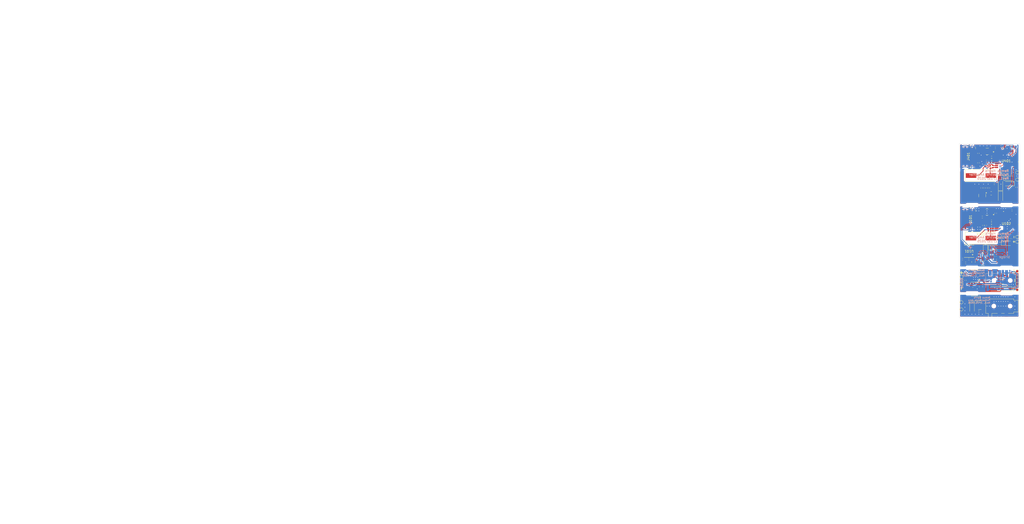
<source format=kicad_pcb>
(kicad_pcb (version 20240108) (generator "pcbnew") (generator_version "8.0")
  (layers (0 "F.Cu" signal) (31 "B.Cu" signal) (34 "B.Paste" user) (35 "F.Paste" user) (36 "B.SilkS" user "B.Silkscreen") (37 "F.SilkS" user "F.Silkscreen") (38 "B.Mask" user) (39 "F.Mask" user) (44 "Edge.Cuts" user))
  (net 0 "")
  (net 1 "Net-(C101-Pad1)")
  (net 2 "Net-(U101-OUTA)")
  (net 3 "Net-(U102B-VBUS)")
  (net 4 "Net-(U102B-VCCA)")
  (net 5 "Net-(U102B-VCOM1)")
  (net 6 "Net-(U102A-FL)")
  (net 7 "Net-(U102A-FR)")
  (net 8 "Net-(U102B-VCOM2)")
  (net 9 "Net-(U102B-VDD)")
  (net 10 "VGND")
  (net 11 "/USBC_Out/Analog Power")
  (net 12 "Net-(U102A-XTO)")
  (net 13 "Net-(U102A-XTI)")
  (net 14 "/USBC_Out/OPAMP_MIC")
  (net 15 "GND")
  (net 16 "Net-(D101-K)")
  (net 18 "Net-(J101-CC2)")
  (net 20 "Net-(J101-CC1)")
  (net 21 "Net-(U102A-D-)")
  (net 22 "VBUS")
  (net 23 "Net-(U102A-D+)")
  (net 24 "/USBC_Out/D+")
  (net 28 "/USBC_Out/D-")
  (net 33 "/USBC_Out/INA-")
  (net 35 "/USBC_Out/MIC_POS")
  (net 41 "Net-(U201-OUTA)")
  (net 42 "Net-(C201-Pad1)")
  (net 43 "GNDA_2")
  (net 44 "VGND_2")
  (net 45 "Net-(D201-K)")
  (net 46 "VBUS_2")
  (net 47 "/9V_To_3.5mm_Jack/Peizo+")
  (net 48 "/9V_To_3.5mm_Jack/INA-")
  (net 49 "/9V_To_3.5mm_Jack/Jack+")
  (net 55 "Net-(D301-K)")
  (net 56 "Net-(D301-A)")
  (net 57 "GNDA_3")
  (net 59 "/FET_Impedance_Converter/Jack+")
  (net 61 "Net-(R102-Pad2)")
  (net 62 "GNDA_4")
  (net 63 "/USBC_Out_No_OPAMP/MBIAS")
  (net 64 "Net-(U401B-POWER)")
  (net 65 "Net-(U401B-VBUS)")
  (net 66 "Net-(U401B-VCCA)")
  (net 67 "/USBC_Out_No_OPAMP/Analog Power")
  (net 68 "Net-(U401B-VCOM1)")
  (net 69 "Net-(U401A-FL)")
  (net 70 "Net-(U401A-FR)")
  (net 71 "Net-(U401B-VCOM2)")
  (net 72 "Net-(U401B-VDD)")
  (net 73 "Net-(U401A-XTO)")
  (net 74 "Net-(U401A-XTI)")
  (net 75 "/USBC_Out_No_OPAMP/MIC_AFTER_JFET")
  (net 76 "Net-(Q401-D)")
  (net 77 "Net-(D401-K)")
  (net 78 "/USBC_Out_No_OPAMP/Peizo+")
  (net 81 "/USBC_Out_No_OPAMP/D+")
  (net 82 "/USBC_Out_No_OPAMP/D-")
  (net 83 "Net-(J401-CC1)")
  (net 84 "VBUS_4")
  (net 85 "Net-(J401-CC2)")
  (net 86 "Net-(U401A-MAMP)")
  (net 87 "Net-(U401A-D-)")
  (net 88 "Net-(U401A-D+)")
  (footprint "Capacitor_SMD:C_0805_2012Metric" (layer "F.Cu") (at 148.033848 104.9 180)
    (property "Reference" "C201" (hide yes))
    (property "Value" "22u")
  )
  (footprint "Diode_SMD:D_SOD-123" (layer "F.Cu") (at 141.37 94.0325 -90)
    (property "Reference" "D102" (hide yes))
    (property "Value" "6.8v Zener")
  )
  (footprint "Resistor_SMD:R_0402_1005Metric" (layer "F.Cu") (at 138.32 52.23 90)
    (property "Reference" "R411" (hide yes))
    (property "Value" "5k1")
  )
  (footprint "Capacitor_SMD:C_0402_1005Metric" (layer "F.Cu") (at 141.78 67.15 90)
    (property "Reference" "C404" (hide yes))
    (property "Value" "100n")
  )
  (footprint "Resistor_SMD:R_0402_1005Metric" (layer "F.Cu") (at 137.371348 108.4 180)
    (property "Reference" "R206" (hide yes))
    (property "Value" "47k")
  )
  (footprint "TestPoint:TestPoint_Pad_D1.0mm" (layer "F.Cu") (at 154.99 105.52)
    (property "Reference" "TP204" (hide yes))
    (property "Value" "PEIZO-")
  )
  (footprint "Resistor_SMD:R_0402_1005Metric" (layer "F.Cu") (at 144 56.04)
    (property "Reference" "R409" (hide yes))
    (property "Value" "1k5")
  )
  (footprint "Mouse_Bites:Slot" (layer "F.Cu") (at 143 100.6)
    (property "Reference" "REF**" (hide yes))
    (property "Value" "Slot")
  )
  (footprint "Capacitor_SMD:C_0402_1005Metric" (layer "F.Cu") (at 143.06 84.62 180)
    (property "Reference" "C113" (hide yes))
    (property "Value" "30p")
  )
  (footprint "Connector_Audio:Jack_3.5mm_PJ320D_Horizontal" (layer "F.Cu") (at 147.17 118 180)
    (property "Reference" "J301" (hide yes))
    (property "Value" "AudioJack4")
  )
  (footprint "Resistor_SMD:R_0402_1005Metric" (layer "F.Cu") (at 138.5 120.4 180)
    (property "Reference" "R301" (hide yes))
    (property "Value" "10M")
  )
  (footprint "Resistor_SMD:R_1206_3216Metric" (layer "F.Cu") (at 148.5 107.5)
    (property "Reference" "R203" (hide yes))
    (property "Value" "10k")
  )
  (footprint "Inductor_SMD:L_1210_3225Metric" (layer "F.Cu") (at 142 77.52)
    (property "Reference" "L101" (hide yes))
    (property "Value" "1uH")
  )
  (footprint "Capacitor_SMD:C_0402_1005Metric" (layer "F.Cu") (at 143.4 58.11 90)
    (property "Reference" "C414" (hide yes))
    (property "Value" "30p")
  )
  (footprint "Resistor_SMD:R_0402_1005Metric" (layer "F.Cu") (at 142.85 67.15 90)
    (property "Reference" "R401" (hide yes))
    (property "Value" "1k5")
  )
  (footprint "Diode_SMD:D_SOD-123" (layer "F.Cu") (at 150.3675 110.54 180)
    (property "Reference" "D202" (hide yes))
    (property "Value" "12v Zener")
  )
  (footprint "Resistor_SMD:R_0402_1005Metric" (layer "F.Cu") (at 143.93 81.28 180)
    (property "Reference" "R108" (hide yes))
    (property "Value" "33")
  )
  (footprint "Mouse_Bites:Mouse Bites" (layer "F.Cu") (at 135.6 72.7)
    (property "Reference" "REF**" (hide yes))
    (property "Value" "Mouse Bites")
  )
  (footprint "Mouse_Bites:Mouse Bites" (layer "F.Cu") (at 150.4 99.7)
    (property "Reference" "REF**" (hide yes))
    (property "Value" "Mouse Bites")
  )
  (footprint "Diode_SMD:D_SOD-123" (layer "F.Cu") (at 135.6 118.6 -90)
    (property "Reference" "D302" (hide yes))
    (property "Value" "6.8v Zener")
  )
  (footprint "Package_TO_SOT_SMD:SOT-23" (layer "F.Cu") (at 138.9 117.95)
    (property "Reference" "Q301" (hide yes))
    (property "Value" "MMBFJ201")
  )
  (footprint "PCM2912A:PJT32" (layer "F.Cu") (at 150.33 82.5)
    (property "Reference" "U102")
    (property "Value" "PCM2912APJTR")
  )
  (footprint "Capacitor_SMD:C_0402_1005Metric" (layer "F.Cu") (at 147.5 61.7 -90)
    (property "Reference" "C409" (hide yes))
    (property "Value" "100p")
  )
  (footprint "Mouse_Bites:Mouse Bites" (layer "F.Cu") (at 150.4 110.7)
    (property "Reference" "REF**" (hide yes))
    (property "Value" "Mouse Bites")
  )
  (footprint "Capacitor_SMD:C_0402_1005Metric" (layer "F.Cu") (at 152.33 88.94 -90)
    (property "Reference" "C106" (hide yes))
    (property "Value" "1u")
  )
  (footprint "Capacitor_SMD:C_0402_1005Metric" (layer "F.Cu") (at 132.76 104.91 90)
    (property "Reference" "R202" (hide yes))
    (property "Value" "1k")
  )
  (footprint "Capacitor_SMD:C_0402_1005Metric" (layer "F.Cu") (at 150 49.3 180)
    (property "Reference" "C407" (hide yes))
    (property "Value" "1u")
  )
  (footprint "Capacitor_SMD:C_0402_1005Metric" (layer "F.Cu") (at 152.5 61.3)
    (property "Reference" "C406" (hide yes))
    (property "Value" "1u")
  )
  (footprint "TestPoint:TestPoint_Pad_D1.0mm" (layer "F.Cu") (at 154.99 90.3)
    (property "Reference" "TP101" (hide yes))
    (property "Value" "PEIZO+")
  )
  (footprint "Diode_SMD:D_SOD-123" (layer "F.Cu") (at 144.98 92.82)
    (property "Reference" "D101" (hide yes))
    (property "Value" "6.8v Zener")
  )
  (footprint "TestPoint:TestPoint_Pad_D1.0mm" (layer "F.Cu") (at 154.99 110.99 180)
    (property "Reference" "TP205" (hide yes))
    (property "Value" "PEIZO+")
  )
  (footprint "Resistor_SMD:R_0402_1005Metric" (layer "F.Cu") (at 145.14 65.36 180)
    (property "Reference" "R404" (hide yes))
    (property "Value" "47k")
  )
  (footprint "Resistor_SMD:R_0402_1005Metric" (layer "F.Cu") (at 138.32 56.34 90)
    (property "Reference" "R412" (hide yes))
    (property "Value" "5k1")
  )
  (footprint "Capacitor_SMD:C_0402_1005Metric" (layer "F.Cu") (at 134.901348 108.38)
    (property "Reference" "C203" (hide yes))
    (property "Value" "100n")
  )
  (footprint "Diode_SMD:D_SOD-123" (layer "F.Cu") (at 145.3075 110.55 180)
    (property "Reference" "D201" (hide yes))
    (property "Value" "12v Zener")
  )
  (footprint "Capacitor_SMD:C_0402_1005Metric" (layer "F.Cu") (at 147.68 88.94 -90)
    (property "Reference" "C110" (hide yes))
    (property "Value" "100p")
  )
  (footprint "Resistor_SMD:R_0402_1005Metric" (layer "F.Cu") (at 146.09 98.22)
    (property "Reference" "R106" (hide yes))
    (property "Value" "10M")
  )
  (footprint "TestPoint:TestPoint_Pad_D1.0mm" (layer "F.Cu") (at 131 119.4)
    (property "Reference" "TP302" (hide yes))
    (property "Value" "PEIZO-")
  )
  (footprint "Mouse_Bites:Slot" (layer "F.Cu") (at 154.8 111.6)
    (property "Reference" "REF**" (hide yes))
    (property "Value" "Slot")
  )
  (footprint "Capacitor_SMD:C_0402_1005Metric" (layer "F.Cu") (at 141.455 83.25 90)
    (property "Reference" "C112" (hide yes))
    (property "Value" "1u")
  )
  (footprint "TestPoint:TestPoint_Pad_D1.0mm" (layer "F.Cu") (at 131.01 108.47)
    (property "Reference" "TP202" (hide yes))
    (property "Value" "PEIZO-")
  )
  (footprint "Capacitor_SMD:C_0402_1005Metric" (layer "F.Cu") (at 148.6 61.7 -90)
    (property "Reference" "C410" (hide yes))
    (property "Value" "100p")
  )
  (footprint "Resistor_SMD:R_0402_1005Metric" (layer "F.Cu") (at 135.891348 109.52)
    (property "Reference" "R207" (hide yes))
    (property "Value" "47k")
  )
  (footprint "Capacitor_SMD:C_0805_2012Metric" (layer "F.Cu") (at 143.8 69.47 180)
    (property "Reference" "C415" (hide yes))
    (property "Value" "22u")
  )
  (footprint "Mouse_Bites:Slot" (layer "F.Cu") (at 131.2 100.625)
    (property "Reference" "REF**" (hide yes))
    (property "Value" "Slot")
  )
  (footprint "OPA1642AIDR:D8" (layer "F.Cu") (at 137.151348 105.055 180)
    (property "Reference" "U201" (hide yes))
    (property "Value" "OPA1642AIDR")
  )
  (footprint "Crystal:Crystal_SMD_HC49-SD" (layer "F.Cu") (at 139.4 61.8)
    (property "Reference" "X401" (hide yes))
    (property "Value" "6MHz")
  )
  (footprint "Capacitor_Tantalum_SMD:CP_EIA-3216-18_Kemet-A" (layer "F.Cu") (at 151.5 65.3 180)
    (property "Reference" "C401" (hide yes))
    (property "Value" "3.3u")
  )
  (footprint "Package_TO_SOT_SMD:SOT-23" (layer "F.Cu") (at 139.96 70.41 -90)
    (property "Reference" "Q401" (hide yes))
    (property "Value" "MMBFJ201")
  )
  (footprint "Connector_USB:USB_C_Receptacle_G-Switch_GT-USB-7025" (layer "F.Cu") (at 132.97 80.53 -90)
    (property "Reference" "J101")
    (property "Value" "USB_C_Receptacle_USB2.0_16P")
  )
  (footprint "Mouse_Bites:Slot" (layer "F.Cu") (at 154.8 100.6)
    (property "Reference" "REF**" (hide yes))
    (property "Value" "Slot")
  )
  (footprint "Resistor_SMD:R_0805_2012Metric" (layer "F.Cu") (at 144.02 95.85 90)
    (property "Reference" "R102" (hide yes))
    (property "Value" "47")
  )
  (footprint "Capacitor_SMD:C_0402_1005Metric" (layer "F.Cu") (at 141.71 55.48)
    (property "Reference" "C412" (hide yes))
    (property "Value" "1u")
  )
  (footprint "Capacitor_SMD:C_0402_1005Metric" (layer "F.Cu") (at 143.06 85.6 180)
    (property "Reference" "C114" (hide yes))
    (property "Value" "30p")
  )
  (footprint "Mouse_Bites:Mouse Bites" (layer "F.Cu") (at 135.6 110.7)
    (property "Reference" "REF**" (hide yes))
    (property "Value" "Mouse Bites")
  )
  (footprint "Capacitor_SMD:C_0402_1005Metric" (layer "F.Cu") (at 150.83 88.94 -90)
    (property "Reference" "C111" (hide yes))
    (property "Value" "100n")
  )
  (footprint "Resistor_SMD:R_0402_1005Metric" (layer "F.Cu") (at 132.82 99.4 180)
    (property "Reference" "R114" (hide yes))
    (property "Value" "47k")
  )
  (footprint "Resistor_SMD:R_1206_3216Metric" (layer "F.Cu") (at 140.21 99.6 180)
    (property "Reference" "R105" (hide yes))
    (property "Value" "10k")
  )
  (footprint "Capacitor_SMD:C_0402_1005Metric" (layer "F.Cu") (at 145.75 78 -90)
    (property "Reference" "C105" (hide yes))
    (property "Value" "1u")
  )
  (footprint "Capacitor_SMD:C_0402_1005Metric" (layer "F.Cu") (at 150.5 61.3)
    (property "Reference" "C411" (hide yes))
    (property "Value" "100n")
  )
  (footprint "Diode_SMD:D_SOD-123" (layer "F.Cu") (at 147.8 70.95 -90)
    (property "Reference" "D401" (hide yes))
    (property "Value" "6.8v Zener")
  )
  (footprint "TestPoint:TestPoint_Pad_D1.0mm" (layer "F.Cu") (at 155 60.5 180)
    (property "Reference" "TP402" (hide yes))
    (property "Value" "PEIZO-")
  )
  (footprint "PCM2912A:PJT32" (layer "F.Cu") (at 150.3 55.5)
    (property "Reference" "U401")
    (property "Value" "PCM2912APJTR")
  )
  (footprint "Capacitor_SMD:C_0402_1005Metric" (layer "F.Cu") (at 145.51 96.62 90)
    (property "Reference" "R104" (hide yes))
    (property "Value" "1k")
  )
  (footprint "Capacitor_SMD:C_0402_1005Metric" (layer "F.Cu") (at 140.75 67.15 90)
    (property "Reference" "C403" (hide yes))
    (property "Value" "100n")
  )
  (footprint "Diode_SMD:D_SOD-123" (layer "F.Cu") (at 147.8 65.95 90)
    (property "Reference" "D402" (hide yes))
    (property "Value" "6.8v Zener")
  )
  (footprint "Mouse_Bites:Slot" (layer "F.Cu") (at 143 111.6)
    (property "Reference" "REF**" (hide yes))
    (property "Value" "Slot")
  )
  (footprint "TestPoint:TestPoint_Pad_D1.0mm" (layer "F.Cu") (at 155 63.55 180)
    (property "Reference" "TP401" (hide yes))
    (property "Value" "PEIZO+")
  )
  (footprint "Mouse_Bites:Mouse Bites" (layer "F.Cu") (at 135.6 99.7)
    (property "Reference" "REF**" (hide yes))
    (property "Value" "Mouse Bites")
  )
  (footprint "Resistor_SMD:R_0805_2012Metric" (layer "F.Cu") (at 151.483848 104.9)
    (property "Reference" "R201" (hide yes))
    (property "Value" "47")
  )
  (footprint "Resistor_SMD:R_0402_1005Metric" (layer "F.Cu") (at 144 53.87 180)
    (property "Reference" "R407" (hide yes))
    (property "Value" "33")
  )
  (footprint "Diode_SMD:D_SOD-123" (layer "F.Cu") (at 136.8 114.7 180)
    (property "Reference" "D301" (hide yes))
    (property "Value" "6.8v Zener")
  )
  (footprint "Capacitor_SMD:C_0402_1005Metric" (layer "F.Cu") (at 152.75 76.75)
    (property "Reference" "C107" (hide yes))
    (property "Value" "1u")
  )
  (footprint "Resistor_SMD:R_0402_1005Metric" (layer "F.Cu") (at 148 49.3 180)
    (property "Reference" "R406" (hide yes))
    (property "Value" "47k")
  )
  (footprint "Capacitor_SMD:C_0402_1005Metric" (layer "F.Cu") (at 138.59 95.51 -90)
    (property "Reference" "R107" (hide yes))
    (property "Value" "1k")
  )
  (footprint "Capacitor_Tantalum_SMD:CP_EIA-3216-18_Kemet-A" (layer "F.Cu") (at 150.49 90.96)
    (property "Reference" "C108" (hide yes))
    (property "Value" "3.3u")
  )
  (footprint "Capacitor_SMD:C_0402_1005Metric" (layer "F.Cu") (at 141.7 106.92 -90)
    (property "Reference" "R205" (hide yes))
    (property "Value" "1k")
  )
  (footprint "OPA1642AIDR:D8" (layer "F.Cu") (at 134.3 94.395 180)
    (property "Reference" "U101")
    (property "Value" "OPA1642AIDR")
  )
  (footprint "Capacitor_Tantalum_SMD:CP_EIA-3216-18_Kemet-A" (layer "F.Cu") (at 151.5 63)
    (property "Reference" "C408" (hide yes))
    (property "Value" "3.3u")
  )
  (footprint "Resistor_SMD:R_0402_1005Metric" (layer "F.Cu") (at 132.76 106.89 -90)
    (property "Reference" "R204" (hide yes))
    (property "Value" "10M")
  )
  (footprint "TestPoint:TestPoint_Pad_D1.0mm" (layer "F.Cu") (at 154.99 108.43 180)
    (property "Reference" "TP206" (hide yes))
    (property "Value" "PEIZO-")
  )
  (footprint "Mouse_Bites:Slot" (layer "F.Cu") (at 131.2 111.625)
    (property "Reference" "REF**" (hide yes))
    (property "Value" "Slot")
  )
  (footprint "Mouse_Bites:Slot" (layer "F.Cu") (at 154.8 73.6)
    (property "Reference" "REF**" (hide yes))
    (property "Value" "Slot")
  )
  (footprint "Resistor_SMD:R_0402_1005Metric" (layer "F.Cu") (at 144.5 57.9 90)
    (property "Reference" "R410" (hide yes))
    (property "Value" "1M")
  )
  (footprint "Capacitor_SMD:C_0805_2012Metric" (layer "F.Cu") (at 136.16 98.99 90)
    (property "Reference" "C104" (hide yes))
    (property "Value" "22u")
  )
  (footprint "Resistor_SMD:R_0402_1005Metric" (layer "F.Cu") (at 154.7 66.87 -90)
    (property "Reference" "R402" (hide yes))
    (property "Value" "10M")
  )
  (footprint "Capacitor_SMD:C_0805_2012Metric" (layer "F.Cu") (at 141.29 97.43 180)
    (property "Reference" "C101" (hide yes))
    (property "Value" "22u")
  )
  (footprint "Capacitor_SMD:C_0402_1005Metric" (layer "F.Cu") (at 146.7 88.94 -90)
    (property "Reference" "C109" (hide yes))
    (property "Value" "100p")
  )
  (footprint "Connector_USB:USB_C_Receptacle_G-Switch_GT-USB-7025" (layer "F.Cu") (at 132.94 53.6 -90)
    (property "Reference" "J401")
    (property "Value" "USB_C_Receptacle_USB2.0_16P")
  )
  (footprint "Resistor_SMD:R_0402_1005Metric" (layer "F.Cu") (at 139.975 79.68 180)
    (property "Reference" "R112" (hide yes))
    (property "Value" "5k1")
  )
  (footprint "Resistor_SMD:R_0402_1005Metric" (layer "F.Cu") (at 140.465 83.26 90)
    (property "Reference" "R113" (hide yes))
    (property "Value" "5k1")
  )
  (footprint "Mouse_Bites:Mouse Bites" (layer "F.Cu") (at 150.4 72.7)
    (property "Reference" "REF**" (hide yes))
    (property "Value" "Mouse Bites")
  )
  (footprint "Mouse_Bites:Slot" (layer "F.Cu") (at 131.2 73.625)
    (property "Reference" "REF**" (hide yes))
    (property "Value" "Slot")
  )
  (footprint "Capacitor_SMD:C_0402_1005Metric" (layer "F.Cu") (at 139.72 67.15 90)
    (property "Reference" "C402" (hide yes))
    (property "Value" "1u")
  )
  (footprint "Resistor_SMD:R_0402_1005Metric" (layer "F.Cu") (at 144 54.94)
    (property "Reference" "R408" (hide yes))
    (property "Value" "33")
  )
  (footprint "Capacitor_SMD:C_0805_2012Metric" (layer "F.Cu") (at 139.37 109.63 -90)
    (property "Reference" "C204" (hide yes))
    (property "Value" "22u")
  )
  (footprint "Resistor_SMD:R_0402_1005Metric" (layer "F.Cu") (at 143.94 82.28)
    (property "Reference" "R109" (hide yes))
    (property "Value" "33")
  )
  (footprint "Capacitor_SMD:C_0402_1005Metric" (layer "F.Cu") (at 131.451348 97.77)
    (property "Reference" "C103" (hide yes))
    (property "Value" "100n")
  )
  (footprint "Crystal:Crystal_SMD_HC49-SD" (layer "F.Cu") (at 139.37 88.72)
    (property "Reference" "X101")
    (property "Value" "6MHz")
  )
  (footprint "Inductor_SMD:L_1210_3225Metric" (layer "F.Cu") (at 142.1 51.4)
    (property "Reference" "L401" (hide yes))
    (property "Value" "1uH")
  )
  (footprint "Resistor_SMD:R_0603_1608Metric" (layer "F.Cu") (at 152.63 49.35 180)
    (property "Reference" "R405" (hide yes))
    (property "Value" "0")
  )
  (footprint "Capacitor_SMD:C_0402_1005Metric" (layer "F.Cu") (at 145.6 49.9)
    (property "Reference" "C405" (hide yes))
    (property "Value" "1u")
  )
  (footprint "TestPoint:TestPoint_Pad_D1.0mm" (layer "F.Cu") (at 131.01 105.42)
    (property "Reference" "TP201" (hide yes))
    (property "Value" "PEIZO+")
  )
  (footprint "Capacitor_SMD:C_0402_1005Metric" (layer "F.Cu") (at 141.23 57.24 90)
    (property "Reference" "C413" (hide yes))
    (property "Value" "30p")
  )
  (footprint "Resistor_SMD:R_0402_1005Metric" (layer "F.Cu") (at 134.18 97.76)
    (property "Reference" "R115" (hide yes))
    (property "Value" "47k")
  )
  (footprint "Resistor_SMD:R_0402_1005Metric" (layer "F.Cu") (at 143.95 83.28)
    (property "Reference" "R110" (hide yes))
    (property "Value" "1k5")
  )
  (footprint "TestPoint:TestPoint_Pad_D1.0mm" (layer "F.Cu") (at 131 116.35)
    (property "Reference" "TP301" (hide yes))
    (property "Value" "PEIZO+")
  )
  (footprint "Mouse_Bites:Slot" (layer "F.Cu") (at 143 73.6)
    (property "Reference" "REF**" (hide yes))
    (property "Value" "Slot")
  )
  (footprint "Resistor_SMD:R_0402_1005Metric" (layer "F.Cu") (at 144.5 85.1 90)
    (property "Reference" "R111" (hide yes))
    (property "Value" "1M")
  )
  (footprint "TestPoint:TestPoint_Pad_D1.0mm" (layer "F.Cu") (at 155 102.98)
    (property "Reference" "TP203" (hide yes))
    (property "Value" "PEIZO+")
  )
  (footprint "TestPoint:TestPoint_Pad_D1.0mm" (layer "F.Cu") (at 154.99 88.24)
    (property "Reference" "TP102" (hide yes))
    (property "Value" "PEIZO-")
  )
  (footprint "Connector_Audio:Jack_3.5mm_PJ320D_Horizontal" (layer "B.Cu") (at 147.225 107 180)
    (property "Reference" "J201" (hide yes))
    (property "Value" "AudioJack4")
  )
  (footprint "Resistor_SMD:R_0603_1608Metric" (layer "B.Cu") (at 144.9 92.6)
    (property "Reference" "R101" (hide yes))
    (property "Value" "0")
  )
  (footprint "Resistor_SMD:R_0603_1608Metric" (layer "B.Cu") (at 153.6 49.38 180)
    (property "Reference" "R403" (hide yes))
    (property "Value" "0")
  )
  (footprint "Resistor_SMD:R_0603_1608Metric" (layer "B.Cu") (at 149.5 95.5)
    (property "Reference" "R103" (hide yes))
    (property "Value" "0")
  )
  (gr_rect (start 130 48) (end 156 123) (stroke (width 0.05)) (fill none) (layer "Edge.Cuts"))
  (gr_text "Remus Harris\nPeizoelectric Amp\nRev1, 2/15/2025" (at 143.5 117 0) (layer "B.SilkS") (effects (font (size 0.7 0.7) (thickness 0.125)) (justify left bottom mirror)))
  (gr_text "Remus Harris\nPeizoelectric Amplifier\nRev1, 2/15/2025" (at 151.51 90.61 -0) (layer "B.SilkS") (effects (font (size 1 1) (thickness 0.2) (bold yes)) (justify left bottom mirror)))
  (gr_text "bridge" (at 151.96 97.45 0) (layer "B.SilkS") (effects (font (size 1 1) (thickness 0.125)) (justify left bottom mirror)))
  (gr_text "PEIZO" (at 130.5 110.5 270) (layer "B.SilkS") (effects (font (size 1 1) (thickness 0.2) (bold yes)) (justify left bottom mirror)))
  (gr_text "Remus Harris\nPeizoelectric Amplifier\nRev1, 2/15/2025" (at 151.51 63.61 -0) (layer "B.SilkS") (effects (font (size 1 1) (thickness 0.2) (bold yes)) (justify left bottom mirror)))
  (gr_text "Remus Harris\nPeizoelectric Amp\nRev1, 2/15/2025" (at 141.1 105.3 0) (layer "B.SilkS") (effects (font (size 0.7 0.7) (thickness 0.125)) (justify left bottom mirror)))
  (gr_text "-" (at 131.76 111.38 90) (layer "F.SilkS") (effects (font (size 1.5 1.5) (thickness 0.3) (bold yes)) (justify left bottom)))
  (gr_text "+9V" (at 153.91 112 90) (layer "F.SilkS") (effects (font (size 0.7 0.7) (thickness 0.0875)) (justify left bottom)))
  (gr_text "-" (at 154.78 108.07 90) (layer "F.SilkS") (effects (font (size 1.5 1.5) (thickness 0.3) (bold yes)) (justify left bottom)))
  (gr_text "+" (at 129.9 104.4 0) (layer "F.SilkS") (effects (font (size 1.5 1.5) (thickness 0.3) (bold yes)) (justify left bottom)))
  (gr_text "Jack" (at 153.96 104.35 90) (layer "F.SilkS") (effects (font (size 0.7 0.7) (thickness 0.0875)) (justify left bottom)))
  (gr_text "+ -" (at 154.11 91.06 90) (layer "F.SilkS") (effects (font (size 1 1) (thickness 0.25) (bold yes)) (justify left bottom)))
  (segment (start 144.35 97.84) (end 144.35 97.0925) (width 0.5) (layer "F.Cu") (net 1))
  (segment (start 144.35 97.0925) (end 144.02 96.7625) (width 0.5) (layer "F.Cu") (net 1))
  (segment (start 142.24 97.43) (end 143.3525 97.43) (width 0.5) (layer "F.Cu") (net 1))
  (segment (start 143.3525 97.43) (end 144.02 96.7625) (width 0.5) (layer "F.Cu") (net 1))
  (via (at 144.35 97.84) (size 0.6) (drill 0.3) (layers "F.Cu" "B.Cu") (net 1))
  (segment (start 144.075 97.565) (end 144.35 97.84) (width 0.5) (layer "B.Cu") (net 1))
  (segment (start 144.075 92.6) (end 144.075 97.565) (width 0.5) (layer "B.Cu") (net 1))
  (segment (start 141.6725 99.6) (end 140.5325 98.46) (width 0.5) (layer "F.Cu") (net 2))
  (segment (start 137.021348 96.3) (end 138.151348 97.43) (width 0.5) (layer "F.Cu") (net 2))
  (segment (start 140.5325 98.46) (end 140.52 98.46) (width 0.5) (layer "F.Cu") (net 2))
  (segment (start 140.34 98.28) (end 140.34 97.43) (width 0.5) (layer "F.Cu") (net 2))
  (segment (start 140.52 98.46) (end 140.34 98.28) (width 0.5) (layer "F.Cu") (net 2))
  (segment (start 138.151348 97.43) (end 140.34 97.43) (width 0.5) (layer "F.Cu") (net 2))
  (segment (start 144.9842 80.499999) (end 143.4 78.915799) (width 0.5) (layer "F.Cu") (net 3))
  (segment (start 146.154499 80.499999) (end 144.9842 80.499999) (width 0.5) (layer "F.Cu") (net 3))
  (segment (start 145.75 77.52) (end 143.4 77.52) (width 0.5) (layer "F.Cu") (net 3))
  (segment (start 143.4 78.915799) (end 143.4 77.52) (width 0.5) (layer "F.Cu") (net 3))
  (segment (start 152.33 86.675502) (end 152.329999 86.675501) (width 0.2) (layer "F.Cu") (net 4))
  (segment (start 152.33 88.46) (end 152.33 86.675502) (width 0.2) (layer "F.Cu") (net 4))
  (segment (start 149.14 90.96) (end 149.14 86.685501) (width 0.3) (layer "F.Cu") (net 5))
  (segment (start 149.14 86.685501) (end 149.13 86.675501) (width 0.3) (layer "F.Cu") (net 5))
  (segment (start 146.7 88.46) (end 146.7 87.505502) (width 0.3) (layer "F.Cu") (net 6))
  (segment (start 146.7 87.505502) (end 147.530001 86.675501) (width 0.3) (layer "F.Cu") (net 6))
  (segment (start 148.329999 87.810001) (end 148.329999 86.675501) (width 0.3) (layer "F.Cu") (net 7))
  (segment (start 147.68 88.46) (end 148.329999 87.810001) (width 0.3) (layer "F.Cu") (net 7))
  (segment (start 150.83 88.46) (end 149.930001 87.560001) (width 0.3) (layer "F.Cu") (net 8))
  (segment (start 149.930001 87.560001) (end 149.930001 86.675501) (width 0.3) (layer "F.Cu") (net 8))
  (segment (start 144.840001 82.899999) (end 146.154499 82.899999) (width 0.3) (layer "F.Cu") (net 9))
  (segment (start 144.46 83.28) (end 144.840001 82.899999) (width 0.3) (layer "F.Cu") (net 9))
  (segment (start 143.79 83.95) (end 142.681846 83.95) (width 0.3) (layer "F.Cu") (net 9))
  (segment (start 144.46 83.28) (end 143.79 83.95) (width 0.3) (layer "F.Cu") (net 9))
  (segment (start 141.501846 82.77) (end 141.455 82.77) (width 0.3) (layer "F.Cu") (net 9))
  (segment (start 142.681846 83.95) (end 141.501846 82.77) (width 0.3) (layer "F.Cu") (net 9))
  (segment (start 135.63 99.41) (end 136.16 99.94) (width 0.5) (layer "F.Cu") (net 10))
  (segment (start 134.2825 99.4) (end 134.2925 99.41) (width 0.5) (layer "F.Cu") (net 10))
  (segment (start 137.635949 98.464051) (end 136.16 99.94) (width 0.5) (layer "F.Cu") (net 10))
  (segment (start 138.59 95.99) (end 138.59 96.28) (width 0.5) (layer "F.Cu") (net 10))
  (segment (start 146.6 98.65) (end 146.6 98.22) (width 0.5) (layer "F.Cu") (net 10))
  (segment (start 133.33 99.4) (end 134.2825 99.4) (width 0.5) (layer "F.Cu") (net 10))
  (segment (start 134.69 99.0125) (end 134.2925 99.41) (width 0.5) (layer "F.Cu") (net 10))
  (segment (start 138.59 96.28) (end 138.99 96.68) (width 0.5) (layer "F.Cu") (net 10))
  (segment (start 134.2925 99.41) (end 135.63 99.41) (width 0.5) (layer "F.Cu") (net 10))
  (segment (start 146 99.25) (end 146.6 98.65) (width 0.5) (layer "F.Cu") (net 10))
  (segment (start 134.69 97.76) (end 134.69 99.0125) (width 0.5) (layer "F.Cu") (net 10))
  (segment (start 137.635949 97.974854) (end 137.635949 98.464051) (width 0.5) (layer "F.Cu") (net 10))
  (via (at 146 99.25) (size 0.6) (drill 0.3) (layers "F.Cu" "B.Cu") (net 10))
  (via (at 137.635949 97.974854) (size 0.6) (drill 0.3) (layers "F.Cu" "B.Cu") (net 10))
  (via (at 138.99 96.68) (size 0.6) (drill 0.3) (layers "F.Cu" "B.Cu") (net 10))
  (segment (start 144.09 99.25) (end 146 99.25) (width 0.5) (layer "B.Cu") (net 10))
  (segment (start 138.930803 96.68) (end 137.635949 97.974854) (width 0.5) (layer "B.Cu") (net 10))
  (segment (start 141.56 96.72) (end 144.09 99.25) (width 0.5) (layer "B.Cu") (net 10))
  (segment (start 138.99 95.019339) (end 139.429339 94.58) (width 0.5) (layer "B.Cu") (net 10))
  (segment (start 138.99 96.68) (end 138.99 95.019339) (width 0.5) (layer "B.Cu") (net 10))
  (segment (start 141.56 95.13) (end 141.56 96.72) (width 0.5) (layer "B.Cu") (net 10))
  (segment (start 138.99 96.68) (end 138.930803 96.68) (width 0.5) (layer "B.Cu") (net 10))
  (segment (start 141.01 94.58) (end 141.56 95.13) (width 0.5) (layer "B.Cu") (net 10))
  (segment (start 139.429339 94.58) (end 141.01 94.58) (width 0.5) (layer "B.Cu") (net 10))
  (segment (start 151.53 78.324499) (end 152.330001 78.324499) (width 0.5) (layer "F.Cu") (net 11))
  (segment (start 152.330001 76.810001) (end 152.27 76.75) (width 0.5) (layer "F.Cu") (net 11))
  (segment (start 152.330001 78.324499) (end 152.330001 76.810001) (width 0.5) (layer "F.Cu") (net 11))
  (segment (start 144.5 84.59) (end 146.064498 84.59) (width 0.3) (layer "F.Cu") (net 12))
  (segment (start 147.69 84.53) (end 146.1845 84.53) (width 0.3) (layer "F.Cu") (net 12))
  (segment (start 146.1845 84.53) (end 146.154499 84.499999) (width 0.3) (layer "F.Cu") (net 12))
  (segment (start 144.47 84.62) (end 144.5 84.59) (width 0.3) (layer "F.Cu") (net 12))
  (segment (start 135.12 88.72) (end 137.52 88.72) (width 0.3) (layer "F.Cu") (net 12))
  (segment (start 143.54 84.62) (end 144.47 84.62) (width 0.3) (layer "F.Cu") (net 12))
  (segment (start 146.064498 84.59) (end 146.154499 84.499999) (width 0.3) (layer "F.Cu") (net 12))
  (segment (start 137.52 88.72) (end 141.09 85.15) (width 0.3) (layer "F.Cu") (net 12))
  (via (at 147.69 84.53) (size 0.6) (drill 0.3) (layers "F.Cu" "B.Cu") (net 12))
  (via (at 141.09 85.15) (size 0.6) (drill 0.3) (layers "F.Cu" "B.Cu") (net 12))
  (segment (start 147.12 85.1) (end 147.69 84.53) (width 0.3) (layer "B.Cu") (net 12))
  (segment (start 141.14 85.1) (end 147.12 85.1) (width 0.3) (layer "B.Cu") (net 12))
  (segment (start 141.09 85.15) (end 141.14 85.1) (width 0.3) (layer "B.Cu") (net 12))
  (segment (start 144.5 85.61) (end 145.844498 85.61) (width 0.3) (layer "F.Cu") (net 13))
  (segment (start 145.844498 85.61) (end 146.154499 85.299999) (width 0.3) (layer "F.Cu") (net 13))
  (segment (start 143.54 88.64) (end 143.62 88.72) (width 0.3) (layer "F.Cu") (net 13))
  (segment (start 143.54 85.6) (end 143.54 88.64) (width 0.3) (layer "F.Cu") (net 13))
  (segment (start 144.49 85.6) (end 144.5 85.61) (width 0.3) (layer "F.Cu") (net 13))
  (segment (start 143.54 85.6) (end 144.49 85.6) (width 0.3) (layer "F.Cu") (net 13))
  (segment (start 153.14 85.18) (end 153.14 86.6655) (width 0.5) (layer "F.Cu") (net 14))
  (segment (start 153.14 86.6655) (end 153.129999 86.675501) (width 0.5) (layer "F.Cu") (net 14))
  (via (at 153.14 85.18) (size 0.6) (drill 0.3) (layers "F.Cu" "B.Cu") (net 14))
  (segment (start 150.325 92.5) (end 150.325 95.5) (width 0.5) (layer "B.Cu") (net 14))
  (segment (start 150.225 92.6) (end 150.325 92.5) (width 0.5) (layer "B.Cu") (net 14))
  (segment (start 145.725 92.6) (end 150.225 92.6) (width 0.5) (layer "B.Cu") (net 14))
  (segment (start 150.325 87.995) (end 150.325 92.5) (width 0.5) (layer "B.Cu") (net 14))
  (segment (start 153.14 85.18) (end 150.325 87.995) (width 0.5) (layer "B.Cu") (net 14))
  (segment (start 151.437398 81.187399) (end 151.437398 81.187398) (width 0.5) (layer "F.Cu") (net 15))
  (segment (start 153.129999 78.324499) (end 153.129999 76.850001) (width 0.5) (layer "F.Cu") (net 15))
  (segment (start 146.154499 83.7) (end 147.05 83.7) (width 0.5) (layer "F.Cu") (net 15))
  (segment (start 141.365 83.64) (end 141.455 83.73) (width 0.3) (layer "F.Cu") (net 15))
  (segment (start 151.437399 81.187398) (end 152.062398 80.562399) (width 0.5) (layer "F.Cu") (net 15))
  (segment (start 153.129999 79.494798) (end 153.129999 78.324499) (width 0.5) (layer "F.Cu") (net 15))
  (segment (start 147.05 83.7) (end 147.75 83) (width 0.5) (layer "F.Cu") (net 15))
  (segment (start 150.812399 81.812398) (end 151.437398 81.187399) (width 0.5) (layer "F.Cu") (net 15))
  (segment (start 150.729999 81.894798) (end 150.812398 81.812399) (width 0.5) (layer "F.Cu") (net 15))
  (segment (start 146.7 89.42) (end 147.68 89.42) (width 0.5) (layer "F.Cu") (net 15))
  (segment (start 154.505501 78.505501) (end 154.5 78.5) (width 0.5) (layer "F.Cu") (net 15))
  (segment (start 150.729999 82.75) (end 150.729999 81.894798) (width 0.5) (layer "F.Cu") (net 15))
  (segment (start 150.729999 83.75) (end 150.729999 82.75) (width 0.5) (layer "F.Cu") (net 15))
  (segment (start 153.129999 76.850001) (end 153.23 76.75) (width 0.5) (layer "F.Cu") (net 15))
  (segment (start 142.58 85.6) (end 142.58 84.62) (width 0.5) (layer "F.Cu") (net 15))
  (segment (start 150.729999 84.75) (end 150.729999 83.75) (width 0.5) (layer "F.Cu") (net 15))
  (segment (start 146.154499 79.700001) (end 152.924796 79.700001) (width 0.5) (layer "F.Cu") (net 15))
  (segment (start 152.062398 80.562399) (end 152.062399 80.562399) (width 0.5) (layer "F.Cu") (net 15))
  (segment (start 142.58 84.62) (end 142.345 84.62) (width 0.5) (layer "F.Cu") (net 15))
  (segment (start 154.505501 79.700001) (end 154.505501 78.505501) (width 0.5) (layer "F.Cu") (net 15))
  (segment (start 151.437398 81.187398) (end 151.437399 81.187398) (width 0.5) (layer "F.Cu") (net 15))
  (segment (start 152.062399 80.562398) (end 152.924796 79.700001) (width 0.5) (layer "F.Cu") (net 15))
  (segment (start 154.505501 80.500001) (end 154.505501 79.700001) (width 0.5) (layer "F.Cu") (net 15))
  (segment (start 142.345 84.62) (end 141.455 83.73) (width 0.5) (layer "F.Cu") (net 15))
  (segment (start 139.27 83.73) (end 139 84) (width 0.3) (layer "F.Cu") (net 15))
  (segment (start 152.924796 79.700001) (end 153.129999 79.494798) (width 0.5) (layer "F.Cu") (net 15))
  (segment (start 141.455 83.73) (end 139.27 83.73) (width 0.3) (layer "F.Cu") (net 15))
  (segment (start 150.812399 81.812399) (end 150.812399 81.812398) (width 0.5) (layer "F.Cu") (net 15))
  (segment (start 152.062399 80.562399) (end 152.062399 80.562398) (width 0.5) (layer "F.Cu") (net 15))
  (segment (start 150.812398 81.812399) (end 150.812399 81.812399) (width 0.5) (layer "F.Cu") (net 15))
  (segment (start 150.729999 86.675501) (end 150.729999 84.75) (width 0.5) (layer "F.Cu") (net 15))
  (via (at 147.75 83) (size 0.6) (drill 0.3) (layers "F.Cu" "B.Cu") (net 15))
  (via (at 150.729999 84.75) (size 0.6) (drill 0.3) (layers "F.Cu" "B.Cu") (net 15))
  (via (at 146 76) (size 0.6) (drill 0.3) (layers "F.Cu" "B.Cu") (net 15))
  (via (at 151.437398 81.187398) (size 0.6) (drill 0.3) (layers "F.Cu" "B.Cu") (net 15))
  (via (at 142 76) (size 0.6) (drill 0.3) (layers "F.Cu" "B.Cu") (net 15))
  (via (at 137.5 77) (size 0.6) (drill 0.3) (layers "F.Cu" "B.Cu") (net 15))
  (via (at 152.062399 80.562399) (size 0.6) (drill 0.3) (layers "F.Cu" "B.Cu") (net 15))
  (via (at 149 76) (size 0.6) (drill 0.3) (layers "F.Cu" "B.Cu") (net 15))
  (via (at 138 85) (size 0.6) (drill 0.3) (layers "F.Cu" "B.Cu") (net 15))
  (via (at 150.729999 82.75) (size 0.6) (drill 0.3) (layers "F.Cu" "B.Cu") (net 15))
  (via (at 138 84) (size 0.6) (drill 0.3) (layers "F.Cu" "B.Cu") (net 15))
  (via (at 147 76) (size 0.6) (drill 0.3) (layers "F.Cu" "B.Cu") (net 15))
  (via (at 150 76) (size 0.6) (drill 0.3) (layers "F.Cu" "B.Cu") (net 15))
  (via (at 138.5 77) (size 0.6) (drill 0.3) (layers "F.Cu" "B.Cu") (net 15))
  (via (at 138.5 76) (size 0.6) (drill 0.3) (layers "F.Cu" "B.Cu") (net 15))
  (via (at 150.729999 83.75) (size 0.6) (drill 0.3) (layers "F.Cu" "B.Cu") (net 15))
  (via (at 139 85) (size 0.6) (drill 0.3) (layers "F.Cu" "B.Cu") (net 15))
  (via (at 137.5 76) (size 0.6) (drill 0.3) (layers "F.Cu" "B.Cu") (net 15))
  (via (at 150.812399 81.812399) (size 0.6) (drill 0.3) (layers "F.Cu" "B.Cu") (net 15))
  (via (at 139 84) (size 0.6) (drill 0.3) (layers "F.Cu" "B.Cu") (net 15))
  (via (at 154.5 78.5) (size 0.6) (drill 0.3) (layers "F.Cu" "B.Cu") (net 15))
  (via (at 142 78) (size 0.6) (drill 0.3) (layers "F.Cu" "B.Cu") (net 15))
  (via (at 142 77) (size 0.6) (drill 0.3) (layers "F.Cu" "B.Cu") (net 15))
  (via (at 142 79) (size 0.6) (drill 0.3) (layers "F.Cu" "B.Cu") (net 15))
  (via (at 148 76) (size 0.6) (drill 0.3) (layers "F.Cu" "B.Cu") (net 15))
  (segment (start 137.021348 93.76) (end 139.4475 93.76) (width 0.5) (layer "F.Cu") (net 16))
  (segment (start 145.8 95.85) (end 145.51 96.14) (width 0.5) (layer "F.Cu") (net 16))
  (segment (start 141.3975 95.6825) (end 143.33 93.75) (width 0.5) (layer "F.Cu") (net 16))
  (segment (start 141.37 95.6825) (end 141.3975 95.6825) (width 0.5) (layer "F.Cu") (net 16))
  (segment (start 143.33 92.82) (end 143.65 92.5) (width 0.5) (layer "F.Cu") (net 16))
  (segment (start 144.7 92.5) (end 145.8 93.6) (width 0.5) (layer "F.Cu") (net 16))
  (segment (start 143.33 93.75) (end 143.33 92.82) (width 0.5) (layer "F.Cu") (net 16))
  (segment (start 145.8 93.6) (end 145.8 95.85) (width 0.5) (layer "F.Cu") (net 16))
  (segment (start 139.4475 93.76) (end 141.37 95.6825) (width 0.5) (layer "F.Cu") (net 16))
  (segment (start 143.65 92.5) (end 144.7 92.5) (width 0.5) (layer "F.Cu") (net 16))
  (segment (start 137.905785 82.75) (end 137.085785 81.93) (width 0.2) (layer "F.Cu") (net 18))
  (segment (start 140.465 82.75) (end 137.905785 82.75) (width 0.2) (layer "F.Cu") (net 18))
  (segment (start 137.085785 81.93) (end 136.42 81.93) (width 0.2) (layer "F.Cu") (net 18))
  (segment (start 138.915 79.13) (end 139.465 79.68) (width 0.2) (layer "F.Cu") (net 20))
  (segment (start 136.42 79.13) (end 138.915 79.13) (width 0.2) (layer "F.Cu") (net 20))
  (segment (start 146.134499 81.28) (end 146.154499 81.3) (width 0.3) (layer "F.Cu") (net 21))
  (segment (start 144.44 81.28) (end 146.134499 81.28) (width 0.3) (layer "F.Cu") (net 21))
  (segment (start 131.3775 99.4) (end 132.31 99.4) (width 0.5) (layer "F.Cu") (net 22))
  (segment (start 136.0998 78.51) (end 134.77 79.8398) (width 0.3) (layer "F.Cu") (net 22))
  (segment (start 131.578652 96.3) (end 132.215101 96.3) (width 0.5) (layer "F.Cu") (net 22))
  (segment (start 130.971348 96.907304) (end 131.578652 96.3) (width 0.5) (layer "F.Cu") (net 22))
  (segment (start 131.3675 99.41) (end 131.3775 99.4) (width 0.5) (layer "F.Cu") (net 22))
  (segment (start 140.08 78.04) (end 139.21 78.04) (width 0.5) (layer "F.Cu") (net 22))
  (segment (start 139.21 78.04) (end 138.67 78.58) (width 0.5) (layer "F.Cu") (net 22))
  (segment (start 135.639 91.761) (end 140.7485 91.761) (width 0.5) (layer "F.Cu") (net 22))
  (segment (start 134.77 79.8398) (end 134.77 81.94) (width 0.3) (layer "F.Cu") (net 22))
  (segment (start 140.6 77.52) (end 140.08 78.04) (width 0.5) (layer "F.Cu") (net 22))
  (segment (start 131.3675 99.41) (end 130.971348 99.013848) (width 0.5) (layer "F.Cu") (net 22))
  (segment (start 130.971348 97.77) (end 130.971348 96.907304) (width 0.5) (layer "F.Cu") (net 22))
  (segment (start 140.7485 91.761) (end 141.37 92.3825) (width 0.5) (layer "F.Cu") (net 22))
  (segment (start 135.35 82.52) (end 136.68 82.52) (width 0.3) (layer "F.Cu") (net 22))
  (segment (start 138.67 78.58) (end 136.57 78.58) (width 0.5) (layer "F.Cu") (net 22))
  (segment (start 134.13 93.27) (end 135.639 91.761) (width 0.5) (layer "F.Cu") (net 22))
  (segment (start 134.13 94.385101) (end 134.13 93.27) (width 0.5) (layer "F.Cu") (net 22))
  (segment (start 132.215101 96.3) (end 134.13 94.385101) (width 0.5) (layer "F.Cu") (net 22))
  (segment (start 134.77 81.94) (end 135.35 82.52) (width 0.3) (layer "F.Cu") (net 22))
  (segment (start 130.971348 99.013848) (end 130.971348 97.77) (width 0.5) (layer "F.Cu") (net 22))
  (via (at 135.015 82.185) (size 0.6) (drill 0.3) (layers "F.Cu" "B.Cu") (net 22))
  (via (at 134.755 92.645) (size 0.6) (drill 0.3) (layers "F.Cu" "B.Cu") (net 22))
  (segment (start 131.355 84.886827) (end 131.355 89.245) (width 0.3) (layer "B.Cu") (net 22))
  (segment (start 133.151827 83.09) (end 131.355 84.886827) (width 0.3) (layer "B.Cu") (net 22))
  (segment (start 135.015 82.185) (end 134.11 83.09) (width 0.3) (layer "B.Cu") (net 22))
  (segment (start 134.11 83.09) (end 133.151827 83.09) (width 0.3) (layer "B.Cu") (net 22))
  (segment (start 131.355 89.245) (end 134.755 92.645) (width 0.3) (layer "B.Cu") (net 22))
  (segment (start 145.130001 82.100001) (end 146.154499 82.100001) (width 0.3) (layer "F.Cu") (net 23))
  (segment (start 145.13 82.1) (end 145.130001 82.100001) (width 0.3) (layer "F.Cu") (net 23))
  (segment (start 144.45 82.28) (end 144.95 82.28) (width 0.3) (layer "F.Cu") (net 23))
  (segment (start 144.95 82.28) (end 145.13 82.1) (width 0.3) (layer "F.Cu") (net 23))
  (segment (start 137.613602 81.68) (end 137.481801 81.548199) (width 0.5) (layer "F.Cu") (net 24))
  (segment (start 143.375001 82.225001) (end 142.058267 82.225001) (width 0.5) (layer "F.Cu") (net 24))
  (segment (start 143.43 82.28) (end 143.410366 82.28) (width 0.3) (layer "F.Cu") (net 24))
  (segment (start 142.058267 82.225001) (end 141.513266 81.68) (width 0.5) (layer "F.Cu") (net 24))
  (segment (start 143.43 82.28) (end 143.375001 82.225001) (width 0.5) (layer "F.Cu") (net 24))
  (segment (start 137.463602 81.53) (end 137.481801 81.548199) (width 0.2) (layer "F.Cu") (net 24))
  (segment (start 135.6 79.93) (end 135.24 80.29) (width 0.2) (layer "F.Cu") (net 24))
  (segment (start 143.44 82.29) (end 143.43 82.28) (width 0.3) (layer "F.Cu") (net 24))
  (segment (start 143.44 83.28) (end 143.44 82.29) (width 0.3) (layer "F.Cu") (net 24))
  (segment (start 135.54 81.53) (end 136.42 81.53) (width 0.2) (layer "F.Cu") (net 24))
  (segment (start 141.513266 81.68) (end 137.613602 81.68) (width 0.5) (layer "F.Cu") (net 24))
  (segment (start 135.24 81.23) (end 135.54 81.53) (width 0.2) (layer "F.Cu") (net 24))
  (segment (start 136.42 81.53) (end 137.463602 81.53) (width 0.2) (layer "F.Cu") (net 24))
  (segment (start 135.24 80.29) (end 135.24 81.23) (width 0.2) (layer "F.Cu") (net 24))
  (segment (start 136.42 79.93) (end 135.6 79.93) (width 0.2) (layer "F.Cu") (net 24))
  (segment (start 136.42 80.33) (end 137.54 80.33) (width 0.2) (layer "F.Cu") (net 28))
  (segment (start 135.8 80.33) (end 135.64 80.49) (width 0.2) (layer "F.Cu") (net 28))
  (segment (start 143.42 81.28) (end 143.375001 81.324999) (width 0.5) (layer "F.Cu") (net 28))
  (segment (start 143.375001 81.324999) (end 142.431029 81.324999) (width 0.5) (layer "F.Cu") (net 28))
  (segment (start 135.64 80.96) (end 135.81 81.13) (width 0.2) (layer "F.Cu") (net 28))
  (segment (start 141.94603 80.84) (end 138 80.84) (width 0.5) (layer "F.Cu") (net 28))
  (segment (start 135.81 81.13) (end 136.42 81.13) (width 0.2) (layer "F.Cu") (net 28))
  (segment (start 136.42 80.33) (end 135.8 80.33) (width 0.2) (layer "F.Cu") (net 28))
  (segment (start 137.54 80.38) (end 137.54 80.33) (width 0.5) (layer "F.Cu") (net 28))
  (segment (start 135.64 80.49) (end 135.64 80.96) (width 0.2) (layer "F.Cu") (net 28))
  (segment (start 138 80.84) (end 137.54 80.38) (width 0.5) (layer "F.Cu") (net 28))
  (segment (start 142.431029 81.324999) (end 141.94603 80.84) (width 0.5) (layer "F.Cu") (net 28))
  (segment (start 137.021348 95.03) (end 138.59 95.03) (width 0.5) (layer "F.Cu") (net 33))
  (segment (start 139.44 95.03) (end 139.74 95.33) (width 0.5) (layer "F.Cu") (net 33))
  (segment (start 140.13 99.6) (end 138.7475 99.6) (width 0.5) (layer "F.Cu") (net 33))
  (segment (start 138.59 95.03) (end 139.44 95.03) (width 0.5) (layer "F.Cu") (net 33))
  (via (at 140.13 99.6) (size 0.6) (drill 0.3) (layers "F.Cu" "B.Cu") (net 33))
  (via (at 139.74 95.33) (size 0.6) (drill 0.3) (layers "F.Cu" "B.Cu") (net 33))
  (segment (start 139.74 95.33) (end 139.74 99.21) (width 0.5) (layer "B.Cu") (net 33))
  (segment (start 139.74 99.21) (end 140.13 99.6) (width 0.5) (layer "B.Cu") (net 33))
  (segment (start 145.58 98.22) (end 145.58 97.17) (width 0.5) (layer "F.Cu") (net 35))
  (segment (start 150.32 97.1) (end 151.09 96.33) (width 0.5) (layer "F.Cu") (net 35))
  (segment (start 154.99 93.29) (end 154.99 90.3) (width 0.5) (layer "F.Cu") (net 35))
  (segment (start 151.09 94.83) (end 152.08 93.84) (width 0.5) (layer "F.Cu") (net 35))
  (segment (start 152.08 93.84) (end 154.44 93.84) (width 0.5) (layer "F.Cu") (net 35))
  (segment (start 145.58 97.17) (end 145.51 97.1) (width 0.5) (layer "F.Cu") (net 35))
  (segment (start 145.51 97.1) (end 150.32 97.1) (width 0.5) (layer "F.Cu") (net 35))
  (segment (start 154.44 93.84) (end 154.99 93.29) (width 0.5) (layer "F.Cu") (net 35))
  (segment (start 151.09 96.33) (end 151.09 94.83) (width 0.5) (layer "F.Cu") (net 35))
  (segment (start 141.297696 108.385) (end 145.615 108.385) (width 0.5) (layer "F.Cu") (net 41))
  (segment (start 147.083848 106.916152) (end 147.083848 104.9) (width 0.5) (layer "F.Cu") (net 41))
  (segment (start 139.872696 106.96) (end 141.297696 108.385) (width 0.5) (layer "F.Cu") (net 41))
  (segment (start 145.615 108.385) (end 147.083848 106.916152) (width 0.5) (layer "F.Cu") (net 41))
  (segment (start 148.983848 104.9) (end 150.571348 104.9) (width 0.5) (layer "F.Cu") (net 42))
  (segment (start 145.3 110.1) (end 144.85 110.55) (width 0.5) (layer "F.Cu") (net 43))
  (segment (start 137.8 110.6) (end 139.35 110.6) (width 0.5) (layer "F.Cu") (net 43))
  (segment (start 144.85 110.55) (end 143.6575 110.55) (width 0.5) (layer "F.Cu") (net 43))
  (segment (start 135.381348 109.52) (end 134.52 109.52) (width 0.5) (layer "F.Cu") (net 43))
  (segment (start 135.381348 108.38) (end 135.381348 109.52) (width 0.5) (layer "F.Cu") (net 43))
  (segment (start 134.52 109.52) (end 134.4 109.4) (width 0.5) (layer "F.Cu") (net 43))
  (segment (start 139.35 110.6) (end 139.37 110.58) (width 0.5) (layer "F.Cu") (net 43))
  (via (at 145.3 110.1) (size 0.6) (drill 0.3) (layers "F.Cu" "B.Cu") (net 43))
  (via (at 134.4 109.4) (size 0.6) (drill 0.3) (layers "F.Cu" "B.Cu") (net 43))
  (via (at 137.1 106.5) (size 0.6) (drill 0.3) (layers "F.Cu" "B.Cu") (net 43))
  (via (at 138 106.5) (size 0.6) (drill 0.3) (layers "F.Cu" "B.Cu") (net 43))
  (via (at 152.4 108.7) (size 0.6) (drill 0.3) (layers "F.Cu" "B.Cu") (net 43))
  (via (at 137.1 105.6) (size 0.6) (drill 0.3) (layers "F.Cu" "B.Cu") (net 43))
  (via (at 151.5 108.7) (size 0.6) (drill 0.3) (layers "F.Cu" "B.Cu") (net 43))
  (via (at 153.3 108.7) (size 0.6) (drill 0.3) (layers "F.Cu" "B.Cu") (net 43))
  (via (at 136.2 106.5) (size 0.6) (drill 0.3) (layers "F.Cu" "B.Cu") (net 43))
  (via (at 138 105.6) (size 0.6) (drill 0.3) (layers "F.Cu" "B.Cu") (net 43))
  (via (at 136.2 105.6) (size 0.6) (drill 0.3) (layers "F.Cu" "B.Cu") (net 43))
  (via (at 137.8 110.6) (size 0.6) (drill 0.3) (layers "F.Cu" "B.Cu") (net 43))
  (segment (start 150.660661 110) (end 151.5 109.160661) (width 0.5) (layer "B.Cu") (net 43))
  (segment (start 145.4 110) (end 150.660661 110) (width 0.5) (layer "B.Cu") (net 43))
  (segment (start 151.5 109.160661) (end 151.5 108.7) (width 0.5) (layer "B.Cu") (net 43))
  (segment (start 145.3 110.1) (end 145.4 110) (width 0.5) (layer "B.Cu") (net 43))
  (segment (start 141.7 107.4) (end 142.6 107.4) (width 0.5) (layer "F.Cu") (net 44))
  (segment (start 136.401348 109.651056) (end 136.401348 109.52) (width 0.5) (layer "F.Cu") (net 44))
  (segment (start 138.6 107.2) (end 138.6 107.91) (width 0.5) (layer "F.Cu") (net 44))
  (segment (start 132.76 109.67) (end 133.38 110.29) (width 0.5) (layer "F.Cu") (net 44))
  (segment (start 139.37 108.68) (end 138.161348 108.68) (width 0.5) (layer "F.Cu") (net 44))
  (segment (start 137.081347 109.52) (end 137.881348 108.719999) (width 0.5) (layer "F.Cu") (net 44))
  (segment (start 136.401348 109.52) (end 137.081347 109.52) (width 0.5) (layer "F.Cu") (net 44))
  (segment (start 133.38 110.29) (end 135.762404 110.29) (width 0.5) (layer "F.Cu") (net 44))
  (segment (start 142.6 107.4) (end 143 107) (width 0.5) (layer "F.Cu") (net 44))
  (segment (start 138.161348 108.68) (end 137.881348 108.4) (width 0.5) (layer "F.Cu") (net 44))
  (segment (start 135.762404 110.29) (end 136.401348 109.651056) (width 0.5) (layer "F.Cu") (net 44))
  (segment (start 132.76 107.4) (end 132.76 109.67) (width 0.5) (layer "F.Cu") (net 44))
  (segment (start 138.6 107.91) (end 139.37 108.68) (width 0.5) (layer "F.Cu") (net 44))
  (segment (start 137.881348 108.719999) (end 137.881348 108.4) (width 0.5) (layer "F.Cu") (net 44))
  (via (at 138.6 107.2) (size 0.6) (drill 0.3) (layers "F.Cu" "B.Cu") (net 44))
  (via (at 143 107) (size 0.6) (drill 0.3) (layers "F.Cu" "B.Cu") (net 44))
  (segment (start 142.8 107.2) (end 143 107) (width 0.5) (layer "B.Cu") (net 44))
  (segment (start 138.6 107.2) (end 142.8 107.2) (width 0.5) (layer "B.Cu") (net 44))
  (segment (start 148.033848 104.067696) (end 146.666152 102.7) (width 0.5) (layer "F.Cu") (net 45))
  (segment (start 148.1 105.7) (end 148.033848 105.633848) (width 0.5) (layer "F.Cu") (net 45))
  (segment (start 132.8 103.3) (end 132.8 104.39) (width 0.5) (layer "F.Cu") (net 45))
  (segment (start 140.509145 104.42) (end 139.872696 104.42) (width 0.5) (layer "F.Cu") (net 45))
  (segment (start 148.033848 105.633848) (end 148.033848 104.067696) (width 0.5) (layer "F.Cu") (net 45))
  (segment (start 142.229145 102.7) (end 140.509145 104.42) (width 0.5) (layer "F.Cu") (net 45))
  (segment (start 146.9675 110.54) (end 146.9575 110.55) (width 0.5) (layer "F.Cu") (net 45))
  (segment (start 137.92 104.42) (end 139.872696 104.42) (width 0.5) (layer "F.Cu") (net 45))
  (segment (start 146.666152 102.7) (end 142.229145 102.7) (width 0.5) (layer "F.Cu") (net 45))
  (segment (start 132.8 104.39) (end 132.76 104.43) (width 0.5) (layer "F.Cu") (net 45))
  (segment (start 136.9 103.4) (end 137.92 104.42) (width 0.5) (layer "F.Cu") (net 45))
  (segment (start 146.9575 110.55) (end 148.1 109.4075) (width 0.5) (layer "F.Cu") (net 45))
  (segment (start 148.1 109.4075) (end 148.1 105.7) (width 0.5) (layer "F.Cu") (net 45))
  (segment (start 148.7175 110.54) (end 146.9675 110.54) (width 0.5) (layer "F.Cu") (net 45))
  (via (at 132.8 103.3) (size 0.6) (drill 0.3) (layers "F.Cu" "B.Cu") (net 45))
  (via (at 136.9 103.4) (size 0.6) (drill 0.3) (layers "F.Cu" "B.Cu") (net 45))
  (segment (start 136.9 103.4) (end 135.88 104.42) (width 0.5) (layer "B.Cu") (net 45))
  (segment (start 133.92 104.42) (end 132.8 103.3) (width 0.5) (layer "B.Cu") (net 45))
  (segment (start 135.88 104.42) (end 133.92 104.42) (width 0.5) (layer "B.Cu") (net 45))
  (segment (start 152.0175 110.54) (end 151.74 110.54) (width 0.5) (layer "F.Cu") (net 46))
  (segment (start 133.96 108.38) (end 134.421348 108.38) (width 0.5) (layer "F.Cu") (net 46))
  (segment (start 134.421348 108.38) (end 134.421348 106.968652) (width 0.5) (layer "F.Cu") (net 46))
  (segment (start 151.74 110.54) (end 150.4 109.2) (width 0.5) (layer "F.Cu") (net 46))
  (segment (start 154.55 110.54) (end 155.01 111) (width 0.5) (layer "F.Cu") (net 46))
  (segment (start 133.61 108.73) (end 133.96 108.38) (width 0.5) (layer "F.Cu") (net 46))
  (segment (start 152.0175 110.54) (end 154.55 110.54) (width 0.5) (layer "F.Cu") (net 46))
  (segment (start 135.421348 106.96) (end 134.43 106.96) (width 0.5) (layer "F.Cu") (net 46))
  (segment (start 134.421348 106.968652) (end 134.43 106.96) (width 0.5) (layer "F.Cu") (net 46))
  (segment (start 136.861348 108.4) (end 135.421348 106.96) (width 0.5) (layer "F.Cu") (net 46))
  (via (at 150.4 109.2) (size 0.6) (drill 0.3) (layers "F.Cu" "B.Cu") (net 46))
  (via (at 133.61 108.73) (size 0.6) (drill 0.3) (layers "F.Cu" "B.Cu") (net 46))
  (segment (start 136.910661 108.65) (end 133.69 108.65) (width 0.5) (layer "B.Cu") (net 46))
  (segment (start 147.4 108.3) (end 137.260661 108.3) (width 0.5) (layer "B.Cu") (net 46))
  (segment (start 148.3 109.2) (end 147.4 108.3) (width 0.5) (layer "B.Cu") (net 46))
  (segment (start 133.69 108.65) (end 133.61 108.73) (width 0.5) (layer "B.Cu") (net 46))
  (segment (start 150.4 109.2) (end 148.3 109.2) (width 0.5) (layer "B.Cu") (net 46))
  (segment (start 137.260661 108.3) (end 136.910661 108.65) (width 0.5) (layer "B.Cu") (net 46))
  (segment (start 132.76 106.38) (end 132.76 105.39) (width 0.5) (layer "F.Cu") (net 47))
  (segment (start 132.73 105.42) (end 132.76 105.39) (width 0.5) (layer "F.Cu") (net 47))
  (segment (start 130.99 105.42) (end 132.73 105.42) (width 0.5) (layer "F.Cu") (net 47))
  (segment (start 149.9625 107.5) (end 149.9625 107.2625) (width 0.5) (layer "F.Cu") (net 48))
  (segment (start 145.9 105.6) (end 145.8 105.5) (width 0.5) (layer "F.Cu") (net 48))
  (segment (start 149.9625 107.2625) (end 149 106.3) (width 0.5) (layer "F.Cu") (net 48))
  (segment (start 140.062696 105.5) (end 139.872696 105.69) (width 0.5) (layer "F.Cu") (net 48))
  (segment (start 141.7 106.44) (end 140.95 105.69) (width 0.5) (layer "F.Cu") (net 48))
  (segment (start 140.95 105.69) (end 139.872696 105.69) (width 0.5) (layer "F.Cu") (net 48))
  (segment (start 145.8 105.5) (end 140.062696 105.5) (width 0.5) (layer "F.Cu") (net 48))
  (via (at 145.9 105.6) (size 0.6) (drill 0.3) (layers "F.Cu" "B.Cu") (net 48))
  (via (at 149 106.3) (size 0.6) (drill 0.3) (layers "F.Cu" "B.Cu") (net 48))
  (segment (start 146.6 106.3) (end 145.9 105.6) (width 0.5) (layer "B.Cu") (net 48))
  (segment (start 149 106.3) (end 146.6 106.3) (width 0.5) (layer "B.Cu") (net 48))
  (segment (start 152.396348 104.9) (end 153.11 104.9) (width 0.5) (layer "F.Cu") (net 49))
  (segment (start 152.396348 104.9) (end 152.396348 103.203652) (width 0.5) (layer "F.Cu") (net 49))
  (segment (start 152.396348 103.203652) (end 152.4 103.2) (width 0.5) (layer "F.Cu") (net 49))
  (segment (start 153.11 104.9) (end 155.02 102.99) (width 0.5) (layer "F.Cu") (net 49))
  (via (at 152.4 103.2) (size 0.6) (drill 0.3) (layers "F.Cu" "B.Cu") (net 49))
  (segment (start 153.9 103.2) (end 155.25 104.55) (width 0.5) (layer "B.Cu") (net 49))
  (segment (start 142.9 110.85) (end 142.3 110.25) (width 0.5) (layer "B.Cu") (net 49))
  (segment (start 154.05 110.85) (end 142.9 110.85) (width 0.5) (layer "B.Cu") (net 49))
  (segment (start 155.25 109.65) (end 154.05 110.85) (width 0.5) (layer "B.Cu") (net 49))
  (segment (start 155.25 104.55) (end 155.25 109.65) (width 0.5) (layer "B.Cu") (net 49))
  (segment (start 152.4 103.2) (end 153.9 103.2) (width 0.5) (layer "B.Cu") (net 49))
  (segment (start 136.2 116.95) (end 138.45 114.7) (width 0.5) (layer "F.Cu") (net 55))
  (segment (start 135.6 116.95) (end 136.2 116.95) (width 0.5) (layer "F.Cu") (net 55))
  (segment (start 134.55 117.460828) (end 134.55 115.3) (width 0.5) (layer "F.Cu") (net 56))
  (segment (start 135.039172 117.95) (end 134.55 117.460828) (width 0.5) (layer "F.Cu") (net 56))
  (segment (start 135.15 114.7) (end 132.65 114.7) (width 0.5) (layer "F.Cu") (net 56))
  (segment (start 139.8375 119.5725) (end 139.8375 117.95) (width 0.5) (layer "F.Cu") (net 56))
  (segment (start 132.65 114.7) (end 131 116.35) (width 0.5) (layer "F.Cu") (net 56))
  (segment (start 139.01 120.4) (end 139.8375 119.5725) (width 0.5) (layer "F.Cu") (net 56))
  (segment (start 134.55 115.3) (end 135.15 114.7) (width 0.5) (layer "F.Cu") (net 56))
  (segment (start 139.8375 117.95) (end 135.039172 117.95) (width 0.5) (layer "F.Cu") (net 56))
  (via (at 154 114) (size 0.6) (drill 0.3) (layers "F.Cu" "B.Cu") (net 57))
  (via (at 150 116) (size 0.6) (drill 0.3) (layers "F.Cu" "B.Cu") (net 57))
  (via (at 132.5 118.5) (size 0.6) (drill 0.3) (layers "F.Cu" "B.Cu") (net 57))
  (via (at 146 116) (size 0.6) (drill 0.3) (layers "F.Cu" "B.Cu") (net 57))
  (via (at 151 116) (size 0.6) (drill 0.3) (layers "F.Cu" "B.Cu") (net 57))
  (via (at 132.5 120) (size 0.6) (drill 0.3) (layers "F.Cu" "B.Cu") (net 57))
  (via (at 151 114) (size 0.6) (drill 0.3) (layers "F.Cu" "B.Cu") (net 57))
  (via (at 145 114) (size 0.6) (drill 0.3) (layers "F.Cu" "B.Cu") (net 57))
  (via (at 147 114) (size 0.6) (drill 0.3) (layers "F.Cu" "B.Cu") (net 57))
  (via (at 146 114) (size 0.6) (drill 0.3) (layers "F.Cu" "B.Cu") (net 57))
  (via (at 148 118) (size 0.6) (drill 0.3) (layers "F.Cu" "B.Cu") (net 57))
  (via (at 132.5 117) (size 0.6) (drill 0.3) (layers "F.Cu" "B.Cu") (net 57))
  (via (at 154 118) (size 0.6) (drill 0.3) (layers "F.Cu" "B.Cu") (net 57))
  (via (at 154 116) (size 0.6) (drill 0.3) (layers "F.Cu" "B.Cu") (net 57))
  (via (at 154 119.5) (size 0.6) (drill 0.3) (layers "F.Cu" "B.Cu") (net 57))
  (via (at 145 116) (size 0.6) (drill 0.3) (layers "F.Cu" "B.Cu") (net 57))
  (via (at 135.5 121.5) (size 0.6) (drill 0.3) (layers "F.Cu" "B.Cu") (net 57))
  (via (at 147 116) (size 0.6) (drill 0.3) (layers "F.Cu" "B.Cu") (net 57))
  (via (at 137 121.5) (size 0.6) (drill 0.3) (layers "F.Cu" "B.Cu") (net 57))
  (via (at 142 118) (size 0.6) (drill 0.3) (layers "F.Cu" "B.Cu") (net 57))
  (via (at 148 116) (size 0.6) (drill 0.3) (layers "F.Cu" "B.Cu") (net 57))
  (via (at 143 118) (size 0.6) (drill 0.3) (layers "F.Cu" "B.Cu") (net 57))
  (via (at 138.5 121.5) (size 0.6) (drill 0.3) (layers "F.Cu" "B.Cu") (net 57))
  (via (at 140 121.5) (size 0.6) (drill 0.3) (layers "F.Cu" "B.Cu") (net 57))
  (via (at 148 114) (size 0.6) (drill 0.3) (layers "F.Cu" "B.Cu") (net 57))
  (via (at 134 121.5) (size 0.6) (drill 0.3) (layers "F.Cu" "B.Cu") (net 57))
  (via (at 150 118) (size 0.6) (drill 0.3) (layers "F.Cu" "B.Cu") (net 57))
  (via (at 150 114) (size 0.6) (drill 0.3) (layers "F.Cu" "B.Cu") (net 57))
  (via (at 132.5 121.5) (size 0.6) (drill 0.3) (layers "F.Cu" "B.Cu") (net 57))
  (via (at 149 114) (size 0.6) (drill 0.3) (layers "F.Cu" "B.Cu") (net 57))
  (via (at 149 118) (size 0.6) (drill 0.3) (layers "F.Cu" "B.Cu") (net 57))
  (via (at 147 118) (size 0.6) (drill 0.3) (layers "F.Cu" "B.Cu") (net 57))
  (via (at 149 116) (size 0.6) (drill 0.3) (layers "F.Cu" "B.Cu") (net 57))
  (segment (start 138.7 117) (end 140.95 114.75) (width 0.5) (layer "F.Cu") (net 59))
  (segment (start 137.9625 117) (end 138.7 117) (width 0.5) (layer "F.Cu") (net 59))
  (segment (start 140.95 114.75) (end 142.245 114.75) (width 0.5) (layer "F.Cu") (net 59))
  (segment (start 144.992169 93.965331) (end 144.02 94.9375) (width 0.5) (layer "F.Cu") (net 61))
  (segment (start 145.05 93.965331) (end 144.992169 93.965331) (width 0.5) (layer "F.Cu") (net 61))
  (via (at 145.05 93.965331) (size 0.6) (drill 0.3) (layers "F.Cu" "B.Cu") (net 61))
  (segment (start 148.675 95.5) (end 146.584669 95.5) (width 0.5) (layer "B.Cu") (net 61))
  (segment (start 146.584669 95.5) (end 145.05 93.965331) (width 0.5) (layer "B.Cu") (net 61))
  (segment (start 146.89 49.9) (end 147.49 49.3) (width 0.5) (layer "F.Cu") (net 62))
  (segment (start 153.099999 52.294798) (end 152.894797 52.5) (width 0.3) (layer "F.Cu") (net 62))
  (segment (start 147.8 56.7) (end 149.25 55.25) (width 0.3) (layer "F.Cu") (net 62))
  (segment (start 146.124499 49.944499) (end 146.08 49.9) (width 0.5) (layer "F.Cu") (net 62))
  (segment (start 146.124499 56.7) (end 147.8 56.7) (width 0.3) (layer "F.Cu") (net 62))
  (segment (start 153.099999 51.324499) (end 153.099999 52.294798) (width 0.3) (layer "F.Cu") (net 62))
  (segment (start 146.124499 52.700001) (end 146.124499 49.944499) (width 0.5) (layer "F.Cu") (net 62))
  (segment (start 151.169239 54) (end 151 54) (width 0.3) (layer "F.Cu") (net 62))
  (segment (start 150.699999 52.800001) (end 150.5 53) (width 0.3) (layer "F.Cu") (net 62))
  (segment (start 143.10026 57.63) (end 142.10026 58.63) (width 0.3) (layer "F.Cu") (net 62))
  (segment (start 152.16 52.84) (end 152.16 53.009239) (width 0.3) (layer "F.Cu") (net 62))
  (segment (start 150.699999 51.324499) (end 150.699999 52.800001) (width 0.3) (layer "F.Cu") (net 62))
  (segment (start 152.850001 55.899999) (end 152.75 56) (width 0.3) (layer "F.Cu") (net 62))
  (segment (start 152.16 53.009239) (end 151.169239 54) (width 0.3) (layer "F.Cu") (net 62))
  (segment (start 152.5 52.5) (end 152.16 52.84) (width 0.3) (layer "F.Cu") (net 62))
  (segment (start 142.10026 58.63) (end 142 58.63) (width 0.3) (layer "F.Cu") (net 62))
  (segment (start 149.1 51.324499) (end 149.1 52.9) (width 0.3) (layer "F.Cu") (net 62))
  (segment (start 152.894797 52.5) (end 152.5 52.5) (width 0.3) (layer "F.Cu") (net 62))
  (segment (start 146.08 49.9) (end 146.89 49.9) (width 0.5) (layer "F.Cu") (net 62))
  (segment (start 143.4 57.63) (end 143.10026 57.63) (width 0.3) (layer "F.Cu") (net 62))
  (segment (start 154.475501 55.899999) (end 152.850001 55.899999) (width 0.3) (layer "F.Cu") (net 62))
  (segment (start 149.1 52.9) (end 149 53) (width 0.3) (layer "F.Cu") (net 62))
  (via (at 149 53) (size 0.6) (drill 0.3) (layers "F.Cu" "B.Cu") (net 62))
  (via (at 138.5 65.5) (size 0.6) (drill 0.3) (layers "F.Cu" "B.Cu") (net 62))
  (via (at 140.5 65.5) (size 0.6) (drill 0.3) (layers "F.Cu" "B.Cu") (net 62))
  (via (at 143.5 49) (size 0.6) (drill 0.3) (layers "F.Cu" "B.Cu") (net 62))
  (via (at 151 54) (size 0.6) (drill 0.3) (layers "F.Cu" "B.Cu") (net 62))
  (via (at 139 49) (size 0.6) (drill 0.3) (layers "F.Cu" "B.Cu") (net 62))
  (via (at 154.75 62) (size 0.6) (drill 0.3) (layers "F.Cu" "B.Cu") (net 62))
  (via (at 139.5 53) (size 0.6) (drill 0.3) (layers "F.Cu" "B.Cu") (net 62))
  (via (at 152.75 56) (size 0.6) (drill 0.3) (layers "F.Cu" "B.Cu") (net 62))
  (via (at 150.63 50.13) (size 0.6) (drill 0.3) (layers "F.Cu" "B.Cu") (net 62))
  (via (at 140.05 56.85) (size 0.6) (drill 0.3) (layers "F.Cu" "B.Cu") (net 62))
  (via (at 142.5 65.5) (size 0.6) (drill 0.3) (layers "F.Cu" "B.Cu") (net 62))
  (via (at 154.5 59.25) (size 0.6) (drill 0.3) (layers "F.Cu" "B.Cu") (net 62))
  (via (at 142 58.63) (size 0.6) (drill 0.3) (layers "F.Cu" "B.Cu") (net 62))
  (via (at 149.25 55.25) (size 0.6) (drill 0.3) (layers "F.Cu" "B.Cu") (net 62))
  (via (at 139 57.75) (size 0.6) (drill 0.3) (layers "F.Cu" "B.Cu") (net 62))
  (via (at 142 53) (size 0.6) (drill 0.3) (layers "F.Cu" "B.Cu") (net 62))
  (via (at 136.75 65.5) (size 0.6) (drill 0.3) (layers "F.Cu" "B.Cu") (net 62))
  (via (at 142 49) (size 0.6) (drill 0.3) (layers "F.Cu" "B.Cu") (net 62))
  (via (at 150.5 53) (size 0.6) (drill 0.3) (layers "F.Cu" "B.Cu") (net 62))
  (via (at 148 65.5) (size 0.6) (drill 0.3) (layers "F.Cu" "B.Cu") (net 62))
  (via (at 139.75 55.75) (size 0.6) (drill 0.3) (layers "F.Cu" "B.Cu") (net 62))
  (via (at 140.5 49) (size 0.6) (drill 0.3) (layers "F.Cu" "B.Cu") (net 62))
  (segment (start 142 58.63) (end 141.83 58.63) (width 0.3) (layer "B.Cu") (net 62))
  (segment (start 141.83 58.63) (end 140.05 56.85) (width 0.3) (layer "B.Cu") (net 62))
  (segment (start 154.4455 58.33) (end 154.475501 58.299999) (width 0.5) (layer "F.Cu") (net 63))
  (segment (start 150.87 66.67) (end 139.72 66.67) (width 0.5) (layer "F.Cu") (net 63))
  (segment (start 151.31 67.11) (end 150.87 66.67) (width 0.5) (layer "F.Cu") (net 63))
  (segment (start 152.97 58.33) (end 154.4455 58.33) (width 0.5) (layer "F.Cu") (net 63))
  (segment (start 152.85 65.57) (end 151.31 67.11) (width 0.5) (layer "F.Cu") (net 63))
  (segment (start 152.85 65.3) (end 152.85 65.57) (width 0.5) (layer "F.Cu") (net 63))
  (via (at 151.31 67.11) (size 0.6) (drill 0.3) (layers "F.Cu" "B.Cu") (net 63))
  (via (at 152.97 58.33) (size 0.6) (drill 0.3) (layers "F.Cu" "B.Cu") (net 63))
  (segment (start 152.97 65.45) (end 152.97 58.33) (width 0.5) (layer "B.Cu") (net 63))
  (segment (start 151.31 67.11) (end 152.97 65.45) (width 0.5) (layer "B.Cu") (net 63))
  (segment (start 154.475501 50.370501) (end 153.455 49.35) (width 0.3) (layer "F.Cu") (net 64))
  (segment (start 153.7 50.27) (end 153.7 49.595) (width 0.2) (layer "F.Cu") (net 64))
  (segment (start 154.475501 52.700001) (end 154.475501 50.370501) (width 0.3) (layer "F.Cu") (net 64))
  (segment (start 153.7 49.595) (end 153.455 49.35) (width 0.2) (layer "F.Cu") (net 64))
  (segment (start 148.51 49.3) (end 148.51 49.95) (width 0.2) (layer "F.Cu") (net 64))
  (segment (start 148.51 49.95) (end 148.71 50.15) (width 0.2) (layer "F.Cu") (net 64))
  (via (at 153.7 50.27) (size 0.6) (drill 0.3) (layers "F.Cu" "B.Cu") (net 64))
  (via (at 148.71 50.15) (size 0.6) (drill 0.3) (layers "F.Cu" "B.Cu") (net 64))
  (segment (start 150.255 48.605) (end 153.187648 48.605) (width 0.2) (layer "B.Cu") (net 64))
  (segment (start 153.7 49.117352) (end 153.7 50.27) (width 0.2) (layer "B.Cu") (net 64))
  (segment (start 153.187648 48.605) (end 153.7 49.117352) (width 0.2) (layer "B.Cu") (net 64))
  (segment (start 148.71 50.15) (end 150.255 48.605) (width 0.2) (layer "B.Cu") (net 64))
  (segment (start 143.5 51.68) (end 145.319999 53.499999) (width 0.5) (layer "F.Cu") (net 65))
  (segment (start 143.5 51.4) (end 143.62 51.4) (width 0.5) (layer "F.Cu") (net 65))
  (segment (start 145.319999 53.499999) (end 146.124499 53.499999) (width 0.5) (layer "F.Cu") (net 65))
  (segment (start 143.62 51.4) (end 145.12 49.9) (width 0.5) (layer "F.Cu") (net 65))
  (segment (start 143.5 51.4) (end 143.5 51.68) (width 0.5) (layer "F.Cu") (net 65))
  (segment (start 152.299999 60.710002) (end 152.299999 59.675501) (width 0.5) (layer "F.Cu") (net 66))
  (segment (start 152.02 61.3) (end 152.02 60.990001) (width 0.5) (layer "F.Cu") (net 66))
  (segment (start 152.02 60.990001) (end 152.299999 60.710002) (width 0.5) (layer "F.Cu") (net 66))
  (segment (start 150.53 49.35) (end 150.48 49.3) (width 0.5) (layer "F.Cu") (net 67))
  (segment (start 151.805 49.35) (end 150.53 49.35) (width 0.5) (layer "F.Cu") (net 67))
  (segment (start 151.5 51.324499) (end 151.5 49.655) (width 0.5) (layer "F.Cu") (net 67))
  (segment (start 151.5 51.324499) (end 152.300001 51.324499) (width 0.5) (layer "F.Cu") (net 67))
  (segment (start 151.5 52.73) (end 151.5 51.324499) (width 0.3) (layer "F.Cu") (net 67))
  (segment (start 151.51 52.74) (end 151.5 52.73) (width 0.3) (layer "F.Cu") (net 67))
  (segment (start 151.5 49.655) (end 151.805 49.35) (width 0.5) (layer "F.Cu") (net 67))
  (via (at 151.51 52.74) (size 0.6) (drill 0.3) (layers "F.Cu" "B.Cu") (net 67))
  (segment (start 151.51 52.74) (end 152.775 51.475) (width 0.3) (layer "B.Cu") (net 67))
  (segment (start 152.775 51.475) (end 152.775 49.38) (width 0.3) (layer "B.Cu") (net 67))
  (segment (start 149.3 60.8458) (end 149.3 62.15) (width 0.3) (layer "F.Cu") (net 68))
  (segment (start 149.3 62.15) (end 150.15 63) (width 0.3) (layer "F.Cu") (net 68))
  (segment (start 149.1 60.6458) (end 149.3 60.8458) (width 0.3) (layer "F.Cu") (net 68))
  (segment (start 149.1 59.675501) (end 149.1 60.6458) (width 0.3) (layer "F.Cu") (net 68))
  (segment (start 147.5 61.22) (end 147.5 59.675502) (width 0.3) (layer "F.Cu") (net 69))
  (segment (start 147.5 59.675502) (end 147.500001 59.675501) (width 0.3) (layer "F.Cu") (net 69))
  (segment (start 148.299999 60.919999) (end 148.299999 59.675501) (width 0.3) (layer "F.Cu") (net 70))
  (segment (start 148.6 61.22) (end 148.299999 60.919999) (width 0.3) (layer "F.Cu") (net 70))
  (segment (start 150.02 61.3) (end 149.900001 61.180001) (width 0.5) (layer "F.Cu") (net 71))
  (segment (start 149.900001 61.180001) (end 149.900001 59.675501) (width 0.5) (layer "F.Cu") (net 71))
  (segment (start 144.51 56.04) (end 145.984498 56.04) (width 0.3) (layer "F.Cu") (net 72))
  (segment (start 147.51 56.04) (end 146.2645 56.04) (width 0.3) (layer "F.Cu") (net 72))
  (segment (start 142.19 56.21) (end 142.44 56.46) (width 0.3) (layer "F.Cu") (net 72))
  (segment (start 142.19 55.48) (end 142.19 56.21) (width 0.3) (layer "F.Cu") (net 72))
  (segment (start 146.2645 56.04) (end 146.124499 55.899999) (width 0.3) (layer "F.Cu") (net 72))
  (segment (start 145.984498 56.04) (end 146.124499 55.899999) (width 0.3) (layer "F.Cu") (net 72))
  (via (at 142.44 56.46) (size 0.6) (drill 0.3) (layers "F.Cu" "B.Cu") (net 72))
  (via (at 147.51 56.04) (size 0.6) (drill 0.3) (layers "F.Cu" "B.Cu") (net 72))
  (segment (start 142.44 56.46) (end 147.09 56.46) (width 0.3) (layer "B.Cu") (net 72))
  (segment (start 147.09 56.46) (end 147.51 56.04) (width 0.3) (layer "B.Cu") (net 72))
  (segment (start 141.23 57.72) (end 142.166846 57.72) (width 0.3) (layer "F.Cu") (net 73))
  (segment (start 140.34 58.61) (end 141.23 57.72) (width 0.3) (layer "F.Cu") (net 73))
  (segment (start 140.34 59.84) (end 140.34 58.61) (width 0.3) (layer "F.Cu") (net 73))
  (segment (start 146.124499 57.499999) (end 144.609999 57.499999) (width 0.3) (layer "F.Cu") (net 73))
  (segment (start 138.38 61.8) (end 140.34 59.84) (width 0.3) (layer "F.Cu") (net 73))
  (segment (start 144.11 57) (end 144.5 57.39) (width 0.3) (layer "F.Cu") (net 73))
  (segment (start 142.166846 57.72) (end 142.886846 57) (width 0.3) (layer "F.Cu") (net 73))
  (segment (start 142.886846 57) (end 144.11 57) (width 0.3) (layer "F.Cu") (net 73))
  (segment (start 135.15 61.8) (end 138.38 61.8) (width 0.3) (layer "F.Cu") (net 73))
  (segment (start 144.609999 57.499999) (end 144.5 57.39) (width 0.3) (layer "F.Cu") (net 73))
  (segment (start 143.4 58.59) (end 144.32 58.59) (width 0.3) (layer "F.Cu") (net 74))
  (segment (start 146.124499 58.299999) (end 144.610001 58.299999) (width 0.3) (layer "F.Cu") (net 74))
  (segment (start 144.32 58.59) (end 144.5 58.41) (width 0.3) (layer "F.Cu") (net 74))
  (segment (start 143.4 61.55) (end 143.65 61.8) (width 0.3) (layer "F.Cu") (net 74))
  (segment (start 143.4 58.59) (end 143.4 61.55) (width 0.3) (layer "F.Cu") (net 74))
  (segment (start 144.610001 58.299999) (end 144.5 58.41) (width 0.3) (layer "F.Cu") (net 74))
  (segment (start 153.099999 59.675501) (end 153.9 60.475502) (width 0.3) (layer "F.Cu") (net 75))
  (segment (start 153.9 65.980456) (end 149.780456 70.1) (width 0.3) (layer "F.Cu") (net 75))
  (segment (start 145.38 70.1) (end 144.75 69.47) (width 0.3) (layer "F.Cu") (net 75))
  (segment (start 149.780456 70.1) (end 145.38 70.1) (width 0.3) (layer "F.Cu") (net 75))
  (segment (start 153.9 60.475502) (end 153.9 65.980456) (width 0.3) (layer "F.Cu") (net 75))
  (segment (start 142.85 69.47) (end 140.9125 69.47) (width 0.5) (layer "F.Cu") (net 76))
  (segment (start 140.9125 69.47) (end 140.91 69.4725) (width 0.5) (layer "F.Cu") (net 76))
  (segment (start 142.85 67.66) (end 142.85 69.47) (width 0.5) (layer "F.Cu") (net 76))
  (segment (start 147.8 67.6) (end 147.8 69.3) (width 0.5) (layer "F.Cu") (net 77))
  (segment (start 155 63.55) (end 155 65.29) (width 0.5) (layer "F.Cu") (net 78))
  (segment (start 155 65.29) (end 154.7 65.59) (width 0.5) (layer "F.Cu") (net 78))
  (segment (start 154.7 66.36) (end 154.380001 66.36) (width 0.5) (layer "F.Cu") (net 78))
  (segment (start 141.2125 72.6) (end 147.8 72.6) (width 0.5) (layer "F.Cu") (net 78))
  (segment (start 139.96 71.3475) (end 141.2125 72.6) (width 0.5) (layer "F.Cu") (net 78))
  (segment (start 148.140001 72.6) (end 147.8 72.6) (width 0.5) (layer "F.Cu") (net 78))
  (segment (start 154.380001 66.36) (end 148.140001 72.6) (width 0.5) (layer "F.Cu") (net 78))
  (segment (start 154.7 65.59) (end 154.7 66.36) (width 0.5) (layer "F.Cu") (net 78))
  (segment (start 135.355 54.180686) (end 135.774314 54.6) (width 0.2) (layer "F.Cu") (net 81))
  (segment (start 143.15 54.6) (end 136.39 54.6) (width 0.2) (layer "F.Cu") (net 81))
  (segment (start 143.49 54.94) (end 143.15 54.6) (width 0.2) (layer "F.Cu") (net 81))
  (segment (start 143.49 56.04) (end 143.49 54.94) (width 0.3) (layer "F.Cu") (net 81))
  (segment (start 135.774314 54.6) (end 136.39 54.6) (width 0.2) (layer "F.Cu") (net 81))
  (segment (start 136.39 53) (end 135.797252 53) (width 0.2) (layer "F.Cu") (net 81))
  (segment (start 135.355 53.442252) (end 135.355 54.180686) (width 0.2) (layer "F.Cu") (net 81))
  (segment (start 135.797252 53) (end 135.355 53.442252) (width 0.2) (layer "F.Cu") (net 81))
  (segment (start 135.962938 53.4) (end 135.755 53.607938) (width 0.2) (layer "F.Cu") (net 82))
  (segment (start 135.755 53.607938) (end 135.755 54.015) (width 0.2) (layer "F.Cu") (net 82))
  (segment (start 136.39 53.4) (end 135.962938 53.4) (width 0.2) (layer "F.Cu") (net 82))
  (segment (start 135.755 54.015) (end 135.94 54.2) (width 0.2) (layer "F.Cu") (net 82))
  (segment (start 135.94 54.2) (end 136.39 54.2) (width 0.2) (layer "F.Cu") (net 82))
  (segment (start 143.49 53.87) (end 143.16 54.2) (width 0.2) (layer "F.Cu") (net 82))
  (segment (start 143.16 54.2) (end 136.39 54.2) (width 0.2) (layer "F.Cu") (net 82))
  (segment (start 136.39 52.2) (end 136.42 52.17) (width 0.2) (layer "F.Cu") (net 83))
  (segment (start 137.87 52.17) (end 138.32 51.72) (width 0.2) (layer "F.Cu") (net 83))
  (segment (start 136.42 52.17) (end 137.87 52.17) (width 0.2) (layer "F.Cu") (net 83))
  (segment (start 137.22 51.58) (end 135.43 51.58) (width 0.3) (layer "F.Cu") (net 84))
  (segment (start 134.18 54.52) (end 135.28 55.62) (width 0.3) (layer "F.Cu") (net 84))
  (segment (start 140.34 51.04) (end 137.76 51.04) (width 0.3) (layer "F.Cu") (net 84))
  (segment (start 137.76 51.04) (end 137.22 51.58) (width 0.3) (layer "F.Cu") (net 84))
  (segment (start 135.43 51.58) (end 134.18 52.83) (width 0.3) (layer "F.Cu") (net 84))
  (segment (start 134.18 52.83) (end 134.18 54.52) (width 0.3) (layer "F.Cu") (net 84))
  (segment (start 140.7 51.4) (end 140.34 51.04) (width 0.3) (layer "F.Cu") (net 84))
  (segment (start 135.28 55.62) (end 136.6 55.62) (width 0.3) (layer "F.Cu") (net 84))
  (segment (start 137.49 55) (end 136.39 55) (width 0.2) (layer "F.Cu") (net 85))
  (segment (start 138.32 55.83) (end 137.49 55) (width 0.2) (layer "F.Cu") (net 85))
  (segment (start 153.200001 53.500001) (end 154.475501 53.500001) (width 0.3) (layer "F.Cu") (net 86))
  (segment (start 145.65 65.03) (end 146.28 64.4) (width 0.2) (layer "F.Cu") (net 86))
  (segment (start 152.85 53.15) (end 153.200001 53.500001) (width 0.3) (layer "F.Cu") (net 86))
  (segment (start 148.31 57.69) (end 147.61 57.69) (width 0.2) (layer "F.Cu") (net 86))
  (segment (start 152.85 53.15) (end 148.31 57.69) (width 0.2) (layer "F.Cu") (net 86))
  (segment (start 145.65 65.36) (end 145.65 65.03) (width 0.2) (layer "F.Cu") (net 86))
  (via (at 146.28 64.4) (size 0.6) (drill 0.3) (layers "F.Cu" "B.Cu") (net 86))
  (via (at 152.85 53.15) (size 0.6) (drill 0.3) (layers "F.Cu" "B.Cu") (net 86))
  (via (at 147.61 57.69) (size 0.6) (drill 0.3) (layers "F.Cu" "B.Cu") (net 86))
  (segment (start 152.85 53.15) (end 154.425 51.575) (width 0.3) (layer "B.Cu") (net 86))
  (segment (start 154.425 51.575) (end 154.425 49.38) (width 0.3) (layer "B.Cu") (net 86))
  (segment (start 147.61 63.07) (end 147.61 57.69) (width 0.2) (layer "B.Cu") (net 86))
  (segment (start 146.28 64.4) (end 147.61 63.07) (width 0.2) (layer "B.Cu") (net 86))
  (segment (start 144.94 54.3) (end 144.51 53.87) (width 0.3) (layer "F.Cu") (net 87))
  (segment (start 146.124499 54.3) (end 144.94 54.3) (width 0.3) (layer "F.Cu") (net 87))
  (segment (start 145.964498 54.94) (end 146.124499 55.100001) (width 0.3) (layer "F.Cu") (net 88))
  (segment (start 144.51 54.94) (end 145.964498 54.94) (width 0.3) (layer "F.Cu") (net 88))
  (zone (net 62) (net_name "GNDA_4") (layer "F.Cu") (priority 1) (connect_pads thru_hole_only (clearance 0)) (min_thickness 0.25) (fill yes (thermal_gap 0.5) (thermal_bridge_width 0.5))
    (polygon (pts (xy 157 74) (xy 129 74) (xy 129 60) (xy 147 60) (xy 147 59) (xy 157 59)))
  )
  (zone (net 57) (net_name "GNDA_3") (layer "F.Cu") (priority 4) (connect_pads thru_hole_only (clearance 0.3)) (min_thickness 0.25) (fill yes (thermal_gap 0.5) (thermal_bridge_width 0.5))
    (polygon (pts (xy 157 123) (xy 157 113) (xy 129 113) (xy 129 123)))
  )
  (zone (net 15) (net_name "GND") (layer "F.Cu") (priority 1) (connect_pads thru_hole_only (clearance 0)) (min_thickness 0.25) (fill yes (thermal_gap 0.5) (thermal_bridge_width 0.5))
    (polygon (pts (xy 157 101) (xy 129 101) (xy 129 87) (xy 147 87) (xy 147 86) (xy 157 86)))
  )
  (zone (net 62) (net_name "GNDA_4") (layer "F.Cu") (connect_pads thru_hole_only (clearance 0.3)) (min_thickness 0.25) (fill yes (thermal_gap 0.5) (thermal_bridge_width 0.5))
    (polygon (pts (xy 151.25 48) (xy 151.25 52) (xy 145 52) (xy 145 58.5) (xy 129 58.5) (xy 129 48)))
  )
  (zone (net 43) (net_name "GNDA_2") (layer "F.Cu") (priority 2) (connect_pads thru_hole_only (clearance 0.3)) (min_thickness 0.25) (fill yes (thermal_gap 0.5) (thermal_bridge_width 0.5))
    (polygon (pts (xy 157 112) (xy 129 112) (xy 129 102) (xy 157 102)))
  )
  (zone (net 15) (net_name "GND") (layer "F.Cu") (connect_pads thru_hole_only (clearance 0.3)) (min_thickness 0.25) (fill yes (thermal_gap 0.5) (thermal_bridge_width 0.5))
    (polygon (pts (xy 151.25 75) (xy 151.25 79) (xy 145 79) (xy 145 85.5) (xy 129 85.5) (xy 129 75)))
  )
  (zone (net 0) (net_name "") (layers "F&B.Cu") (connect_pads thru_hole_only (clearance 0)) (min_thickness 0.25)
    (keepout (tracks allowed) (vias allowed) (pads allowed) (copperpour not_allowed) (footprints allowed))
    (fill (thermal_gap 0.5) (thermal_bridge_width 0.5))
    (polygon (pts (xy 146.25 91.5) (xy 132.5 91.5) (xy 132 91.002475) (xy 132 88.75) (xy 132 86.5) (xy 132.5 86) (xy 139 86) (xy 140.75 84.25) (xy 147 84.25) (xy 147.75 83.5) (xy 148.75 83.5) (xy 149 83.75) (xy 149 85) (xy 148.75 85.25) (xy 148 85.25) (xy 147.75 85.5) (xy 146.75 86.5) (xy 146.75 88.75) (xy 146.75 91)))
  )
  (zone (net 0) (net_name "") (layers "F&B.Cu") (connect_pads thru_hole_only (clearance 0)) (min_thickness 0.25)
    (keepout (tracks allowed) (vias allowed) (pads allowed) (copperpour not_allowed) (footprints allowed))
    (fill (thermal_gap 0.5) (thermal_bridge_width 0.5))
    (polygon (pts (xy 146.25 64.5) (xy 132.5 64.5) (xy 132 64.002475) (xy 132 61.75) (xy 132 59.5) (xy 132.5 59) (xy 139 59) (xy 140.75 57.25) (xy 147 57.25) (xy 147.75 56.5) (xy 148.75 56.5) (xy 149 56.75) (xy 149 58) (xy 148.75 58.25) (xy 148 58.25) (xy 147.75 58.5) (xy 146.75 59.5) (xy 146.75 61.75) (xy 146.75 64)))
  )
  (zone (net 15) (net_name "GND") (layer "B.Cu") (priority 1) (connect_pads thru_hole_only (clearance 0.3)) (min_thickness 0.25) (fill yes (thermal_gap 0.5) (thermal_bridge_width 0.5))
    (polygon (pts (xy 157 75) (xy 129 75) (xy 129 101) (xy 157 101)))
  )
  (zone (net 43) (net_name "GNDA_2") (layer "B.Cu") (priority 3) (connect_pads (clearance 0.3)) (min_thickness 0.25) (fill yes (thermal_gap 0.5) (thermal_bridge_width 0.5))
    (polygon (pts (xy 157 112) (xy 157 102) (xy 129 102) (xy 129 112)))
  )
  (zone (net 57) (net_name "GNDA_3") (layer "B.Cu") (priority 5) (connect_pads thru_hole_only (clearance 0.3)) (min_thickness 0.25) (fill yes (thermal_gap 0.5) (thermal_bridge_width 0.5))
    (polygon (pts (xy 157 123) (xy 157 113) (xy 129 113) (xy 129 123)))
  )
  (zone (net 62) (net_name "GNDA_4") (layer "B.Cu") (priority 1) (connect_pads thru_hole_only (clearance 0.3)) (min_thickness 0.25) (fill yes (thermal_gap 0.5) (thermal_bridge_width 0.5))
    (polygon (pts (xy 157 48) (xy 129 48) (xy 129 74) (xy 157 74)))
  )
)
</source>
